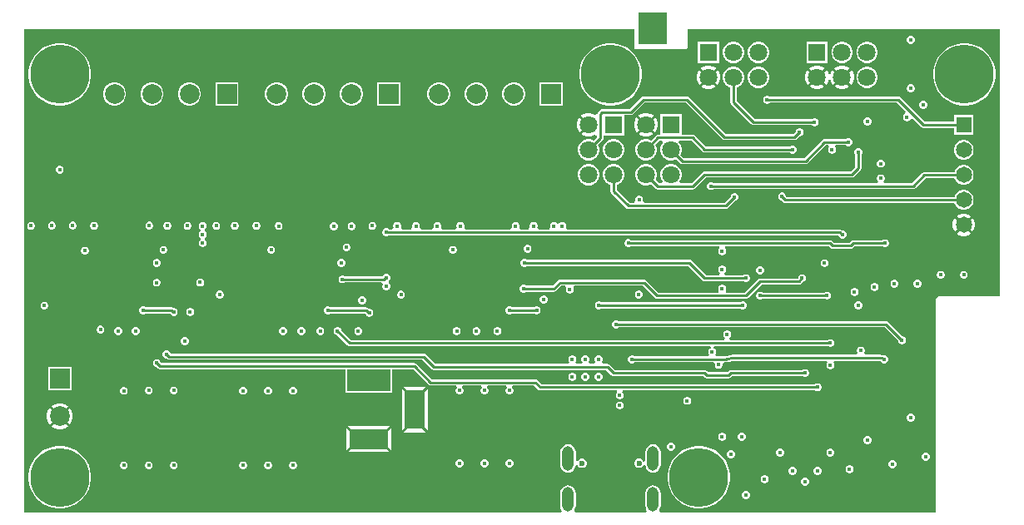
<source format=gbr>
%TF.GenerationSoftware,Altium Limited,Altium Designer,23.4.1 (23)*%
G04 Layer_Physical_Order=3*
G04 Layer_Color=36540*
%FSLAX26Y26*%
%MOIN*%
%TF.SameCoordinates,0D52CC54-54DB-4289-8DCE-8A3B8268AFE3*%
%TF.FilePolarity,Positive*%
%TF.FileFunction,Copper,L3,Inr,Signal*%
%TF.Part,Single*%
G01*
G75*
%TA.AperFunction,Conductor*%
%ADD10C,0.010000*%
%TA.AperFunction,ComponentPad*%
%ADD36O,0.047244X0.098425*%
%ADD37C,0.023622*%
%ADD38R,0.064961X0.064961*%
%ADD39C,0.064961*%
%ADD40C,0.236220*%
%ADD41C,0.070866*%
%ADD42R,0.070866X0.070866*%
%ADD43C,0.017716*%
%ADD44R,0.157480X0.078740*%
%ADD45R,0.078740X0.157480*%
%ADD46R,0.173228X0.086614*%
%ADD47C,0.078740*%
%ADD48R,0.078740X0.078740*%
%ADD49R,0.078740X0.078740*%
%ADD50R,0.070866X0.070866*%
%TA.AperFunction,ViaPad*%
%ADD51C,0.017716*%
%TA.AperFunction,NonConductor*%
%ADD53R,0.112724X0.130000*%
G36*
X3920952Y882198D02*
X3681103D01*
X3674959Y880976D01*
X3669750Y877495D01*
X3666269Y872286D01*
X3665047Y866142D01*
Y16056D01*
X2561221D01*
X2557410Y24056D01*
X2560024Y27462D01*
X2563109Y34912D01*
X2564162Y42906D01*
Y94087D01*
X2563109Y102081D01*
X2560024Y109530D01*
X2555115Y115927D01*
X2548719Y120835D01*
X2541269Y123921D01*
X2533276Y124973D01*
X2525282Y123921D01*
X2517832Y120835D01*
X2511436Y115927D01*
X2506527Y109530D01*
X2503442Y102081D01*
X2502389Y94087D01*
Y42906D01*
X2503442Y34912D01*
X2506527Y27462D01*
X2509141Y24056D01*
X2505330Y16056D01*
X2220670D01*
X2216859Y24056D01*
X2219473Y27462D01*
X2222558Y34912D01*
X2223611Y42906D01*
Y94087D01*
X2222558Y102081D01*
X2219473Y109530D01*
X2214564Y115927D01*
X2208168Y120835D01*
X2200718Y123921D01*
X2192724Y124973D01*
X2184731Y123921D01*
X2177281Y120835D01*
X2170885Y115927D01*
X2165976Y109530D01*
X2162891Y102081D01*
X2161838Y94087D01*
Y42906D01*
X2162891Y34912D01*
X2165976Y27462D01*
X2168590Y24056D01*
X2164779Y16056D01*
X16056D01*
Y1952448D01*
X2457863D01*
Y1880000D01*
X2458406Y1877269D01*
X2459953Y1874953D01*
X2462269Y1873406D01*
X2465000Y1872863D01*
X2665000D01*
X2667731Y1873406D01*
X2670047Y1874953D01*
X2671594Y1877269D01*
X2672137Y1880000D01*
Y1952448D01*
X3920952D01*
Y882198D01*
D02*
G37*
%LPC*%
G36*
X3568036Y1925858D02*
X3561727D01*
X3555899Y1923444D01*
X3551438Y1918983D01*
X3549024Y1913154D01*
Y1906846D01*
X3551438Y1901017D01*
X3555899Y1896556D01*
X3561727Y1894142D01*
X3568036D01*
X3573865Y1896556D01*
X3578326Y1901017D01*
X3580740Y1906846D01*
Y1913154D01*
X3578326Y1918983D01*
X3573865Y1923444D01*
X3568036Y1925858D01*
D02*
G37*
G36*
X3395586Y1902433D02*
X3384414D01*
X3373622Y1899541D01*
X3363945Y1893955D01*
X3356045Y1886054D01*
X3350459Y1876379D01*
X3347567Y1865586D01*
Y1854414D01*
X3350459Y1843621D01*
X3356045Y1833946D01*
X3363945Y1826045D01*
X3373622Y1820459D01*
X3384414Y1817567D01*
X3395586D01*
X3406378Y1820459D01*
X3416055Y1826045D01*
X3423955Y1833946D01*
X3429541Y1843621D01*
X3432433Y1854414D01*
Y1865586D01*
X3429541Y1876379D01*
X3423955Y1886054D01*
X3416055Y1893955D01*
X3406378Y1899541D01*
X3395586Y1902433D01*
D02*
G37*
G36*
X3295586D02*
X3284414D01*
X3273622Y1899541D01*
X3263945Y1893955D01*
X3256045Y1886054D01*
X3250459Y1876379D01*
X3247567Y1865586D01*
Y1854414D01*
X3250459Y1843621D01*
X3256045Y1833946D01*
X3263945Y1826045D01*
X3273622Y1820459D01*
X3284414Y1817567D01*
X3295586D01*
X3306378Y1820459D01*
X3316055Y1826045D01*
X3323955Y1833946D01*
X3329541Y1843621D01*
X3332433Y1854414D01*
Y1865586D01*
X3329541Y1876379D01*
X3323955Y1886054D01*
X3316055Y1893955D01*
X3306378Y1899541D01*
X3295586Y1902433D01*
D02*
G37*
G36*
X3232433D02*
X3147567D01*
Y1817567D01*
X3232433D01*
Y1902433D01*
D02*
G37*
G36*
X2960586D02*
X2949414D01*
X2938622Y1899541D01*
X2928945Y1893955D01*
X2921045Y1886054D01*
X2915459Y1876379D01*
X2912567Y1865586D01*
Y1854414D01*
X2915459Y1843621D01*
X2921045Y1833946D01*
X2928945Y1826045D01*
X2938622Y1820459D01*
X2949414Y1817567D01*
X2960586D01*
X2971378Y1820459D01*
X2981055Y1826045D01*
X2988955Y1833946D01*
X2994541Y1843621D01*
X2997433Y1854414D01*
Y1865586D01*
X2994541Y1876379D01*
X2988955Y1886054D01*
X2981055Y1893955D01*
X2971378Y1899541D01*
X2960586Y1902433D01*
D02*
G37*
G36*
X2860586D02*
X2849414D01*
X2838622Y1899541D01*
X2828945Y1893955D01*
X2821045Y1886054D01*
X2815459Y1876379D01*
X2812567Y1865586D01*
Y1854414D01*
X2815459Y1843621D01*
X2821045Y1833946D01*
X2828945Y1826045D01*
X2838622Y1820459D01*
X2849414Y1817567D01*
X2860586D01*
X2871378Y1820459D01*
X2881055Y1826045D01*
X2888955Y1833946D01*
X2894541Y1843621D01*
X2897433Y1854414D01*
Y1865586D01*
X2894541Y1876379D01*
X2888955Y1886054D01*
X2881055Y1893955D01*
X2871378Y1899541D01*
X2860586Y1902433D01*
D02*
G37*
G36*
X2797433D02*
X2712567D01*
Y1817567D01*
X2797433D01*
Y1902433D01*
D02*
G37*
G36*
X3252924Y1790005D02*
X3252044Y1789124D01*
X3245800Y1778309D01*
X3244141Y1772119D01*
X3235859D01*
X3234200Y1778309D01*
X3227956Y1789124D01*
X3227076Y1790005D01*
X3197071Y1760000D01*
X3227076Y1729995D01*
X3227956Y1730876D01*
X3234200Y1741691D01*
X3235859Y1747881D01*
X3244141D01*
X3245800Y1741691D01*
X3252044Y1730876D01*
X3252924Y1729995D01*
X3282929Y1760000D01*
X3252924Y1790005D01*
D02*
G37*
G36*
X3296245Y1807433D02*
X3283755D01*
X3271691Y1804200D01*
X3260876Y1797956D01*
X3259995Y1797076D01*
X3290000Y1767071D01*
X3320005Y1797076D01*
X3319124Y1797956D01*
X3308309Y1804200D01*
X3296245Y1807433D01*
D02*
G37*
G36*
X3196245D02*
X3183755D01*
X3171691Y1804200D01*
X3160876Y1797956D01*
X3159995Y1797076D01*
X3190000Y1767071D01*
X3220005Y1797076D01*
X3219124Y1797956D01*
X3208309Y1804200D01*
X3196245Y1807433D01*
D02*
G37*
G36*
X2761245D02*
X2748755D01*
X2736691Y1804200D01*
X2725876Y1797956D01*
X2724995Y1797076D01*
X2755000Y1767071D01*
X2785005Y1797076D01*
X2784124Y1797956D01*
X2773309Y1804200D01*
X2761245Y1807433D01*
D02*
G37*
G36*
X3327076Y1790005D02*
X3297071Y1760000D01*
X3327076Y1729995D01*
X3327956Y1730876D01*
X3334200Y1741691D01*
X3337433Y1753755D01*
Y1766245D01*
X3334200Y1778309D01*
X3327956Y1789124D01*
X3327076Y1790005D01*
D02*
G37*
G36*
X2792076D02*
X2762071Y1760000D01*
X2792076Y1729995D01*
X2792956Y1730876D01*
X2799200Y1741691D01*
X2802433Y1753755D01*
Y1766245D01*
X2799200Y1778309D01*
X2792956Y1789124D01*
X2792076Y1790005D01*
D02*
G37*
G36*
X3152924Y1790005D02*
X3152044Y1789124D01*
X3145800Y1778309D01*
X3142567Y1766245D01*
Y1753755D01*
X3145800Y1741691D01*
X3152044Y1730876D01*
X3152924Y1729995D01*
X3182929Y1760000D01*
X3152924Y1790005D01*
D02*
G37*
G36*
X2717924D02*
X2717044Y1789124D01*
X2710800Y1778309D01*
X2707567Y1766245D01*
Y1753755D01*
X2710800Y1741691D01*
X2717044Y1730876D01*
X2717924Y1729995D01*
X2747929Y1760000D01*
X2717924Y1790005D01*
D02*
G37*
G36*
X3395586Y1802433D02*
X3384414D01*
X3373622Y1799541D01*
X3363945Y1793955D01*
X3356045Y1786054D01*
X3350459Y1776379D01*
X3347567Y1765586D01*
Y1754414D01*
X3350459Y1743621D01*
X3356045Y1733946D01*
X3363945Y1726045D01*
X3373622Y1720459D01*
X3384414Y1717567D01*
X3395586D01*
X3406378Y1720459D01*
X3416055Y1726045D01*
X3423955Y1733946D01*
X3429541Y1743621D01*
X3432433Y1754414D01*
Y1765586D01*
X3429541Y1776379D01*
X3423955Y1786054D01*
X3416055Y1793955D01*
X3406378Y1799541D01*
X3395586Y1802433D01*
D02*
G37*
G36*
X2960586D02*
X2949414D01*
X2938622Y1799541D01*
X2928945Y1793955D01*
X2921045Y1786054D01*
X2915459Y1776379D01*
X2912567Y1765586D01*
Y1754414D01*
X2915459Y1743621D01*
X2921045Y1733946D01*
X2928945Y1726045D01*
X2938622Y1720459D01*
X2949414Y1717567D01*
X2960586D01*
X2971378Y1720459D01*
X2981055Y1726045D01*
X2988955Y1733946D01*
X2994541Y1743621D01*
X2997433Y1754414D01*
Y1765586D01*
X2994541Y1776379D01*
X2988955Y1786054D01*
X2981055Y1793955D01*
X2971378Y1799541D01*
X2960586Y1802433D01*
D02*
G37*
G36*
X3290000Y1752929D02*
X3259995Y1722924D01*
X3260876Y1722044D01*
X3271691Y1715800D01*
X3283755Y1712567D01*
X3296245D01*
X3308309Y1715800D01*
X3319124Y1722044D01*
X3320005Y1722924D01*
X3290000Y1752929D01*
D02*
G37*
G36*
X3190000D02*
X3159995Y1722924D01*
X3160876Y1722044D01*
X3171691Y1715800D01*
X3183755Y1712567D01*
X3196245D01*
X3208309Y1715800D01*
X3219124Y1722044D01*
X3220005Y1722924D01*
X3190000Y1752929D01*
D02*
G37*
G36*
X2755000D02*
X2724995Y1722924D01*
X2725876Y1722044D01*
X2736691Y1715800D01*
X2748755Y1712567D01*
X2761245D01*
X2773309Y1715800D01*
X2784124Y1722044D01*
X2785005Y1722924D01*
X2755000Y1752929D01*
D02*
G37*
G36*
X3568036Y1730976D02*
X3561727D01*
X3555899Y1728562D01*
X3551438Y1724101D01*
X3549024Y1718273D01*
Y1711964D01*
X3551438Y1706135D01*
X3555899Y1701674D01*
X3561727Y1699260D01*
X3568036D01*
X3573865Y1701674D01*
X3578326Y1706135D01*
X3580740Y1711964D01*
Y1718273D01*
X3578326Y1724101D01*
X3573865Y1728562D01*
X3568036Y1730976D01*
D02*
G37*
G36*
X2372051Y1896764D02*
X2352358D01*
X2332908Y1893684D01*
X2314179Y1887598D01*
X2296633Y1878658D01*
X2280701Y1867083D01*
X2266776Y1853158D01*
X2255201Y1837226D01*
X2246260Y1819680D01*
X2240175Y1800951D01*
X2237095Y1781500D01*
Y1761808D01*
X2240175Y1742357D01*
X2246260Y1723628D01*
X2255201Y1706082D01*
X2266776Y1690150D01*
X2280701Y1676225D01*
X2296633Y1664650D01*
X2314179Y1655710D01*
X2332908Y1649624D01*
X2352358Y1646544D01*
X2372051D01*
X2391501Y1649624D01*
X2410230Y1655710D01*
X2427777Y1664650D01*
X2443709Y1676225D01*
X2457633Y1690150D01*
X2469209Y1706082D01*
X2478149Y1723628D01*
X2484234Y1742357D01*
X2487315Y1761808D01*
Y1781500D01*
X2484234Y1800951D01*
X2478149Y1819680D01*
X2469209Y1837226D01*
X2457633Y1853158D01*
X2443709Y1867083D01*
X2427777Y1878658D01*
X2410230Y1887598D01*
X2391501Y1893684D01*
X2372051Y1896764D01*
D02*
G37*
G36*
X167327D02*
X147634D01*
X128184Y1893684D01*
X109455Y1887598D01*
X91909Y1878658D01*
X75977Y1867083D01*
X62052Y1853158D01*
X50477Y1837226D01*
X41537Y1819680D01*
X35451Y1800951D01*
X32371Y1781500D01*
Y1761808D01*
X35451Y1742357D01*
X41537Y1723628D01*
X50477Y1706082D01*
X62052Y1690150D01*
X75977Y1676225D01*
X91909Y1664650D01*
X109455Y1655710D01*
X128184Y1649624D01*
X147634Y1646544D01*
X167327D01*
X186778Y1649624D01*
X205506Y1655710D01*
X223053Y1664650D01*
X238985Y1676225D01*
X252910Y1690150D01*
X264485Y1706082D01*
X273425Y1723628D01*
X279510Y1742357D01*
X282591Y1761808D01*
Y1781500D01*
X279510Y1800951D01*
X273425Y1819680D01*
X264485Y1837226D01*
X252910Y1853158D01*
X238985Y1867083D01*
X223053Y1878658D01*
X205506Y1887598D01*
X186778Y1893684D01*
X167327Y1896764D01*
D02*
G37*
G36*
X3789374Y1896764D02*
X3769681D01*
X3750231Y1893683D01*
X3731502Y1887598D01*
X3713956Y1878657D01*
X3698024Y1867082D01*
X3684099Y1853157D01*
X3672524Y1837226D01*
X3663583Y1819679D01*
X3657498Y1800950D01*
X3654417Y1781500D01*
Y1761807D01*
X3657498Y1742357D01*
X3663583Y1723628D01*
X3672524Y1706081D01*
X3684099Y1690150D01*
X3698024Y1676225D01*
X3713956Y1664650D01*
X3731502Y1655709D01*
X3750231Y1649624D01*
X3769681Y1646543D01*
X3789374D01*
X3808824Y1649624D01*
X3827553Y1655709D01*
X3845100Y1664650D01*
X3861031Y1676225D01*
X3874956Y1690150D01*
X3886532Y1706081D01*
X3895472Y1723628D01*
X3901557Y1742357D01*
X3904638Y1761807D01*
Y1781500D01*
X3901557Y1800950D01*
X3895472Y1819679D01*
X3886532Y1837226D01*
X3874956Y1853157D01*
X3861031Y1867082D01*
X3845100Y1878657D01*
X3827553Y1887598D01*
X3808824Y1893683D01*
X3789374Y1896764D01*
D02*
G37*
G36*
X2172354Y1739284D02*
X2079614D01*
Y1646543D01*
X2172354D01*
Y1739284D01*
D02*
G37*
G36*
X1982089D02*
X1969880D01*
X1958086Y1736123D01*
X1947512Y1730019D01*
X1938879Y1721385D01*
X1932774Y1710812D01*
X1929614Y1699018D01*
Y1686809D01*
X1932774Y1675015D01*
X1938879Y1664441D01*
X1947512Y1655808D01*
X1958086Y1649703D01*
X1969880Y1646543D01*
X1982089D01*
X1993882Y1649703D01*
X2004456Y1655808D01*
X2013090Y1664441D01*
X2019194Y1675015D01*
X2022354Y1686809D01*
Y1699018D01*
X2019194Y1710812D01*
X2013090Y1721385D01*
X2004456Y1730019D01*
X1993882Y1736123D01*
X1982089Y1739284D01*
D02*
G37*
G36*
X1832089D02*
X1819880D01*
X1808086Y1736123D01*
X1797512Y1730019D01*
X1788879Y1721385D01*
X1782774Y1710812D01*
X1779614Y1699018D01*
Y1686809D01*
X1782774Y1675015D01*
X1788879Y1664441D01*
X1797512Y1655808D01*
X1808086Y1649703D01*
X1819880Y1646543D01*
X1832089D01*
X1843882Y1649703D01*
X1854456Y1655808D01*
X1863090Y1664441D01*
X1869194Y1675015D01*
X1872354Y1686809D01*
Y1699018D01*
X1869194Y1710812D01*
X1863090Y1721385D01*
X1854456Y1730019D01*
X1843882Y1736123D01*
X1832089Y1739284D01*
D02*
G37*
G36*
X1682089D02*
X1669880D01*
X1658086Y1736123D01*
X1647512Y1730019D01*
X1638879Y1721385D01*
X1632774Y1710812D01*
X1629614Y1699018D01*
Y1686809D01*
X1632774Y1675015D01*
X1638879Y1664441D01*
X1647512Y1655808D01*
X1658086Y1649703D01*
X1669880Y1646543D01*
X1682089D01*
X1693882Y1649703D01*
X1704456Y1655808D01*
X1713090Y1664441D01*
X1719194Y1675015D01*
X1722354Y1686809D01*
Y1699018D01*
X1719194Y1710812D01*
X1713090Y1721385D01*
X1704456Y1730019D01*
X1693882Y1736123D01*
X1682089Y1739284D01*
D02*
G37*
G36*
X1522748D02*
X1430008D01*
Y1646543D01*
X1522748D01*
Y1739284D01*
D02*
G37*
G36*
X1332483D02*
X1320273D01*
X1308480Y1736123D01*
X1297906Y1730019D01*
X1289273Y1721385D01*
X1283168Y1710812D01*
X1280008Y1699018D01*
Y1686809D01*
X1283168Y1675015D01*
X1289273Y1664441D01*
X1297906Y1655808D01*
X1308480Y1649703D01*
X1320273Y1646543D01*
X1332483D01*
X1344276Y1649703D01*
X1354850Y1655808D01*
X1363483Y1664441D01*
X1369588Y1675015D01*
X1372748Y1686809D01*
Y1699018D01*
X1369588Y1710812D01*
X1363483Y1721385D01*
X1354850Y1730019D01*
X1344276Y1736123D01*
X1332483Y1739284D01*
D02*
G37*
G36*
X1182483D02*
X1170273D01*
X1158480Y1736123D01*
X1147906Y1730019D01*
X1139273Y1721385D01*
X1133168Y1710812D01*
X1130008Y1699018D01*
Y1686809D01*
X1133168Y1675015D01*
X1139273Y1664441D01*
X1147906Y1655808D01*
X1158480Y1649703D01*
X1170273Y1646543D01*
X1182483D01*
X1194276Y1649703D01*
X1204850Y1655808D01*
X1213483Y1664441D01*
X1219588Y1675015D01*
X1222748Y1686809D01*
Y1699018D01*
X1219588Y1710812D01*
X1213483Y1721385D01*
X1204850Y1730019D01*
X1194276Y1736123D01*
X1182483Y1739284D01*
D02*
G37*
G36*
X1032483D02*
X1020273D01*
X1008480Y1736123D01*
X997906Y1730019D01*
X989273Y1721385D01*
X983168Y1710812D01*
X980008Y1699018D01*
Y1686809D01*
X983168Y1675015D01*
X989273Y1664441D01*
X997906Y1655808D01*
X1008480Y1649703D01*
X1020273Y1646543D01*
X1032483D01*
X1044276Y1649703D01*
X1054850Y1655808D01*
X1063483Y1664441D01*
X1069588Y1675015D01*
X1072748Y1686809D01*
Y1699018D01*
X1069588Y1710812D01*
X1063483Y1721385D01*
X1054850Y1730019D01*
X1044276Y1736123D01*
X1032483Y1739284D01*
D02*
G37*
G36*
X873142D02*
X780402D01*
Y1646543D01*
X873142D01*
Y1739284D01*
D02*
G37*
G36*
X682876D02*
X670667D01*
X658874Y1736123D01*
X648300Y1730019D01*
X639666Y1721385D01*
X633562Y1710812D01*
X630402Y1699018D01*
Y1686809D01*
X633562Y1675015D01*
X639666Y1664441D01*
X648300Y1655808D01*
X658874Y1649703D01*
X670667Y1646543D01*
X682876D01*
X694670Y1649703D01*
X705244Y1655808D01*
X713877Y1664441D01*
X719982Y1675015D01*
X723142Y1686809D01*
Y1699018D01*
X719982Y1710812D01*
X713877Y1721385D01*
X705244Y1730019D01*
X694670Y1736123D01*
X682876Y1739284D01*
D02*
G37*
G36*
X532876D02*
X520667D01*
X508873Y1736123D01*
X498300Y1730019D01*
X489666Y1721385D01*
X483562Y1710812D01*
X480402Y1699018D01*
Y1686809D01*
X483562Y1675015D01*
X489666Y1664441D01*
X498300Y1655808D01*
X508873Y1649703D01*
X520667Y1646543D01*
X532876D01*
X544670Y1649703D01*
X555244Y1655808D01*
X563877Y1664441D01*
X569982Y1675015D01*
X573142Y1686809D01*
Y1699018D01*
X569982Y1710812D01*
X563877Y1721385D01*
X555244Y1730019D01*
X544670Y1736123D01*
X532876Y1739284D01*
D02*
G37*
G36*
X382876D02*
X370667D01*
X358873Y1736123D01*
X348300Y1730019D01*
X339666Y1721385D01*
X333562Y1710812D01*
X330402Y1699018D01*
Y1686809D01*
X333562Y1675015D01*
X339666Y1664441D01*
X348300Y1655808D01*
X358873Y1649703D01*
X370667Y1646543D01*
X382876D01*
X394670Y1649703D01*
X405244Y1655808D01*
X413877Y1664441D01*
X419982Y1675015D01*
X423142Y1686809D01*
Y1699018D01*
X419982Y1710812D01*
X413877Y1721385D01*
X405244Y1730019D01*
X394670Y1736123D01*
X382876Y1739284D01*
D02*
G37*
G36*
X3618832Y1665180D02*
X3612523D01*
X3606695Y1662766D01*
X3602234Y1658305D01*
X3599820Y1652477D01*
Y1646168D01*
X3602234Y1640339D01*
X3606695Y1635878D01*
X3612523Y1633464D01*
X3618832D01*
X3624661Y1635878D01*
X3629122Y1640339D01*
X3631536Y1646168D01*
Y1652477D01*
X3629122Y1658305D01*
X3624661Y1662766D01*
X3618832Y1665180D01*
D02*
G37*
G36*
X2510659Y1617433D02*
X2498169D01*
X2486106Y1614200D01*
X2475290Y1607956D01*
X2474409Y1607076D01*
X2504414Y1577071D01*
X2534419Y1607076D01*
X2533539Y1607956D01*
X2522723Y1614200D01*
X2510659Y1617433D01*
D02*
G37*
G36*
X3394974Y1599039D02*
X3388665D01*
X3382836Y1596624D01*
X3378376Y1592164D01*
X3375961Y1586335D01*
Y1580026D01*
X3378376Y1574198D01*
X3382836Y1569737D01*
X3388665Y1567322D01*
X3394974D01*
X3400802Y1569737D01*
X3405263Y1574198D01*
X3407678Y1580026D01*
Y1586335D01*
X3405263Y1592164D01*
X3400802Y1596624D01*
X3394974Y1599039D01*
D02*
G37*
G36*
X2860586Y1802433D02*
X2849414D01*
X2838622Y1799541D01*
X2828945Y1793955D01*
X2821045Y1786054D01*
X2815459Y1776379D01*
X2812567Y1765586D01*
Y1754414D01*
X2815459Y1743621D01*
X2821045Y1733946D01*
X2828945Y1726045D01*
X2838622Y1720459D01*
X2842765Y1719349D01*
Y1660000D01*
X2843696Y1655318D01*
X2846349Y1651349D01*
X2926349Y1571349D01*
X2930318Y1568696D01*
X2935000Y1567765D01*
X3169808D01*
X3171017Y1566556D01*
X3176846Y1564142D01*
X3183154D01*
X3188983Y1566556D01*
X3193444Y1571017D01*
X3195858Y1576846D01*
Y1583154D01*
X3193444Y1588983D01*
X3188983Y1593444D01*
X3183154Y1595858D01*
X3176846D01*
X3171017Y1593444D01*
X3169808Y1592235D01*
X2940068D01*
X2867235Y1665068D01*
Y1719349D01*
X2871378Y1720459D01*
X2881055Y1726045D01*
X2888955Y1733946D01*
X2894541Y1743621D01*
X2897433Y1754414D01*
Y1765586D01*
X2894541Y1776379D01*
X2888955Y1786054D01*
X2881055Y1793955D01*
X2871378Y1799541D01*
X2860586Y1802433D01*
D02*
G37*
G36*
X2541490Y1600005D02*
X2511485Y1570000D01*
X2541490Y1539995D01*
X2542370Y1540876D01*
X2548615Y1551691D01*
X2551847Y1563755D01*
Y1576245D01*
X2548615Y1588309D01*
X2542370Y1599124D01*
X2541490Y1600005D01*
D02*
G37*
G36*
X2467338D02*
X2466458Y1599124D01*
X2460214Y1588309D01*
X2456981Y1576245D01*
Y1563755D01*
X2460214Y1551691D01*
X2466458Y1540876D01*
X2467338Y1539995D01*
X2497343Y1570000D01*
X2467338Y1600005D01*
D02*
G37*
G36*
X2237924Y1600005D02*
X2237044Y1599124D01*
X2230800Y1588309D01*
X2227567Y1576245D01*
Y1563755D01*
X2230800Y1551691D01*
X2237044Y1540876D01*
X2237924Y1539995D01*
X2267929Y1570000D01*
X2237924Y1600005D01*
D02*
G37*
G36*
X2993154Y1685858D02*
X2986846D01*
X2981017Y1683444D01*
X2976556Y1678983D01*
X2974142Y1673154D01*
Y1666846D01*
X2976556Y1661017D01*
X2981017Y1656556D01*
X2986846Y1654142D01*
X2993154D01*
X2998983Y1656556D01*
X3000192Y1657765D01*
X3509932D01*
X3544448Y1623249D01*
X3542376Y1614007D01*
X3541017Y1613444D01*
X3536556Y1608983D01*
X3534142Y1603154D01*
Y1596846D01*
X3536556Y1591017D01*
X3541017Y1586556D01*
X3546846Y1584142D01*
X3553154D01*
X3558983Y1586556D01*
X3563444Y1591017D01*
X3564007Y1592376D01*
X3573249Y1594448D01*
X3607416Y1560281D01*
X3611385Y1557629D01*
X3616067Y1556698D01*
X3737519D01*
Y1529063D01*
X3816480D01*
Y1608024D01*
X3737519D01*
Y1581168D01*
X3621135D01*
X3523651Y1678651D01*
X3519682Y1681304D01*
X3515000Y1682235D01*
X3000192D01*
X2998983Y1683444D01*
X2993154Y1685858D01*
D02*
G37*
G36*
X2504414Y1562929D02*
X2474410Y1532924D01*
X2475290Y1532044D01*
X2486106Y1525800D01*
X2498169Y1522567D01*
X2510659D01*
X2522723Y1525800D01*
X2533539Y1532044D01*
X2534419Y1532924D01*
X2504414Y1562929D01*
D02*
G37*
G36*
X2670000Y1682235D02*
X2495000D01*
X2490318Y1681304D01*
X2486349Y1678651D01*
X2439932Y1632235D01*
X2330000D01*
X2325318Y1631304D01*
X2321349Y1628651D01*
X2313782Y1621085D01*
X2311129Y1617115D01*
X2310325Y1613070D01*
X2308400Y1611482D01*
X2302198Y1609068D01*
X2293309Y1614200D01*
X2281245Y1617433D01*
X2268755D01*
X2256691Y1614200D01*
X2245876Y1607956D01*
X2244995Y1607076D01*
X2278536Y1573536D01*
X2275000Y1570000D01*
X2278536Y1566465D01*
X2244995Y1532924D01*
X2245876Y1532044D01*
X2256691Y1525800D01*
X2268755Y1522567D01*
X2281245D01*
X2293309Y1525800D01*
X2299252Y1529231D01*
X2307360Y1525519D01*
X2308077Y1520380D01*
X2295093Y1507397D01*
X2291378Y1509541D01*
X2280586Y1512433D01*
X2269414D01*
X2258622Y1509541D01*
X2248945Y1503955D01*
X2241045Y1496054D01*
X2235459Y1486379D01*
X2232567Y1475586D01*
Y1464414D01*
X2235459Y1453621D01*
X2241045Y1443946D01*
X2248945Y1436045D01*
X2258622Y1430459D01*
X2269414Y1427567D01*
X2280586D01*
X2291378Y1430459D01*
X2301055Y1436045D01*
X2308955Y1443946D01*
X2314541Y1453621D01*
X2317433Y1464414D01*
Y1475586D01*
X2314541Y1486379D01*
X2312396Y1490093D01*
X2331085Y1508782D01*
X2333737Y1512751D01*
X2334668Y1517433D01*
Y1527567D01*
X2417433D01*
Y1607765D01*
X2445000D01*
X2449682Y1608696D01*
X2453651Y1611349D01*
X2500068Y1657765D01*
X2664932D01*
X2811349Y1511349D01*
X2815318Y1508696D01*
X2820000Y1507765D01*
X3100000D01*
X3104682Y1508696D01*
X3108651Y1511349D01*
X3121445Y1524142D01*
X3123154D01*
X3128983Y1526556D01*
X3133444Y1531017D01*
X3135858Y1536846D01*
Y1543154D01*
X3133444Y1548983D01*
X3128983Y1553444D01*
X3123154Y1555858D01*
X3116846D01*
X3111017Y1553444D01*
X3106556Y1548983D01*
X3104142Y1543154D01*
Y1541445D01*
X3094932Y1532235D01*
X2825068D01*
X2678651Y1678651D01*
X2674682Y1681304D01*
X2670000Y1682235D01*
D02*
G37*
G36*
X2646847Y1612433D02*
X2561981D01*
Y1530668D01*
X2552847D01*
X2548165Y1529737D01*
X2544196Y1527085D01*
X2524508Y1507397D01*
X2520793Y1509541D01*
X2510001Y1512433D01*
X2498828D01*
X2488036Y1509541D01*
X2478360Y1503955D01*
X2470459Y1496054D01*
X2464873Y1486379D01*
X2461981Y1475586D01*
Y1464414D01*
X2464873Y1453621D01*
X2470459Y1443946D01*
X2478360Y1436045D01*
X2488036Y1430459D01*
X2498828Y1427567D01*
X2510001D01*
X2520793Y1430459D01*
X2530469Y1436045D01*
X2538369Y1443946D01*
X2543955Y1453621D01*
X2546847Y1464414D01*
Y1475586D01*
X2543955Y1486379D01*
X2541811Y1490093D01*
X2557915Y1506198D01*
X2569289D01*
X2572603Y1498198D01*
X2570459Y1496054D01*
X2564873Y1486379D01*
X2561981Y1475586D01*
Y1464414D01*
X2564873Y1453621D01*
X2570459Y1443946D01*
X2578360Y1436045D01*
X2588036Y1430459D01*
X2598828Y1427567D01*
X2610001D01*
X2620793Y1430459D01*
X2624508Y1432603D01*
X2642219Y1414892D01*
X2646189Y1412239D01*
X2650871Y1411308D01*
X3143543D01*
X3148226Y1412239D01*
X3152195Y1414892D01*
X3225068Y1487765D01*
X3234024D01*
X3237338Y1479765D01*
X3236556Y1478983D01*
X3234142Y1473154D01*
Y1466846D01*
X3236556Y1461017D01*
X3241017Y1456556D01*
X3246846Y1454142D01*
X3253154D01*
X3258983Y1456556D01*
X3263444Y1461017D01*
X3265858Y1466846D01*
Y1473154D01*
X3263444Y1478983D01*
X3262662Y1479765D01*
X3265976Y1487765D01*
X3304808D01*
X3306017Y1486556D01*
X3311846Y1484142D01*
X3318154D01*
X3323983Y1486556D01*
X3328444Y1491017D01*
X3330858Y1496846D01*
Y1503154D01*
X3328444Y1508983D01*
X3323983Y1513444D01*
X3318154Y1515858D01*
X3311846D01*
X3306017Y1513444D01*
X3304808Y1512235D01*
X3220000D01*
X3215318Y1511304D01*
X3211349Y1508651D01*
X3138475Y1435778D01*
X2655939D01*
X2641811Y1449907D01*
X2643955Y1453621D01*
X2646847Y1464414D01*
Y1475586D01*
X2643955Y1486379D01*
X2638369Y1496054D01*
X2636226Y1498198D01*
X2639539Y1506198D01*
X2686499D01*
X2731348Y1461349D01*
X2735318Y1458696D01*
X2740000Y1457765D01*
X3081628D01*
X3082836Y1456556D01*
X3088665Y1454142D01*
X3094974D01*
X3100802Y1456556D01*
X3105263Y1461017D01*
X3107677Y1466846D01*
Y1473154D01*
X3105263Y1478983D01*
X3100802Y1483444D01*
X3094974Y1485858D01*
X3088665D01*
X3082836Y1483444D01*
X3081628Y1482235D01*
X2745068D01*
X2700218Y1527085D01*
X2696249Y1529737D01*
X2691567Y1530668D01*
X2646847D01*
Y1612433D01*
D02*
G37*
G36*
X3782197Y1508024D02*
X3771802D01*
X3761761Y1505333D01*
X3752758Y1500135D01*
X3745407Y1492785D01*
X3740210Y1483782D01*
X3737519Y1473741D01*
Y1463346D01*
X3740210Y1453304D01*
X3745407Y1444302D01*
X3752758Y1436951D01*
X3761761Y1431754D01*
X3771802Y1429063D01*
X3782197D01*
X3792238Y1431754D01*
X3801241Y1436951D01*
X3808592Y1444302D01*
X3813789Y1453304D01*
X3816480Y1463346D01*
Y1473741D01*
X3813789Y1483782D01*
X3808592Y1492785D01*
X3801241Y1500135D01*
X3792238Y1505333D01*
X3782197Y1508024D01*
D02*
G37*
G36*
X2380586Y1512433D02*
X2369414D01*
X2358622Y1509541D01*
X2348945Y1503955D01*
X2341045Y1496054D01*
X2335459Y1486379D01*
X2332567Y1475586D01*
Y1464414D01*
X2335459Y1453621D01*
X2341045Y1443946D01*
X2348945Y1436045D01*
X2358622Y1430459D01*
X2369414Y1427567D01*
X2380586D01*
X2391378Y1430459D01*
X2401055Y1436045D01*
X2408955Y1443946D01*
X2414541Y1453621D01*
X2417433Y1464414D01*
Y1475586D01*
X2414541Y1486379D01*
X2408955Y1496054D01*
X2401055Y1503955D01*
X2391378Y1509541D01*
X2380586Y1512433D01*
D02*
G37*
G36*
X3448154Y1429441D02*
X3441846D01*
X3436017Y1427027D01*
X3431556Y1422566D01*
X3429142Y1416737D01*
Y1410428D01*
X3431556Y1404600D01*
X3436017Y1400139D01*
X3441846Y1397725D01*
X3448154D01*
X3453983Y1400139D01*
X3458444Y1404600D01*
X3460858Y1410428D01*
Y1416737D01*
X3458444Y1422566D01*
X3453983Y1427027D01*
X3448154Y1429441D01*
D02*
G37*
G36*
X160635Y1405858D02*
X154326D01*
X148498Y1403444D01*
X144037Y1398983D01*
X141623Y1393154D01*
Y1386846D01*
X144037Y1381017D01*
X148498Y1376556D01*
X154326Y1374142D01*
X160635D01*
X166464Y1376556D01*
X170925Y1381017D01*
X173339Y1386846D01*
Y1393154D01*
X170925Y1398983D01*
X166464Y1403444D01*
X160635Y1405858D01*
D02*
G37*
G36*
X3782197Y1408024D02*
X3771802D01*
X3761761Y1405333D01*
X3752758Y1400135D01*
X3745407Y1392785D01*
X3740210Y1383782D01*
X3739405Y1380778D01*
X3620000D01*
X3615318Y1379847D01*
X3611349Y1377195D01*
X3569932Y1335778D01*
X3459348D01*
X3456205Y1343778D01*
X3458444Y1346017D01*
X3460858Y1351846D01*
Y1358154D01*
X3458444Y1363983D01*
X3453983Y1368444D01*
X3448154Y1370858D01*
X3441846D01*
X3436017Y1368444D01*
X3431556Y1363983D01*
X3429142Y1358154D01*
Y1351846D01*
X3431556Y1346017D01*
X3433795Y1343778D01*
X3430652Y1335778D01*
X2775192D01*
X2773983Y1336987D01*
X2768154Y1339401D01*
X2761846D01*
X2756017Y1336987D01*
X2751556Y1332526D01*
X2749142Y1326698D01*
Y1320389D01*
X2751556Y1314560D01*
X2756017Y1310099D01*
X2761846Y1307685D01*
X2768154D01*
X2773983Y1310099D01*
X2775192Y1311308D01*
X3575000D01*
X3579682Y1312239D01*
X3583651Y1314892D01*
X3625068Y1356308D01*
X3739405D01*
X3740210Y1353304D01*
X3745407Y1344302D01*
X3752758Y1336951D01*
X3761761Y1331754D01*
X3771802Y1329063D01*
X3782197D01*
X3792238Y1331754D01*
X3801241Y1336951D01*
X3808592Y1344302D01*
X3813789Y1353304D01*
X3816480Y1363346D01*
Y1373741D01*
X3813789Y1383782D01*
X3808592Y1392785D01*
X3801241Y1400135D01*
X3792238Y1405333D01*
X3782197Y1408024D01*
D02*
G37*
G36*
X3358154Y1475858D02*
X3351846D01*
X3346017Y1473444D01*
X3341556Y1468983D01*
X3339142Y1463154D01*
Y1456846D01*
X3341556Y1451017D01*
X3342765Y1449808D01*
Y1400068D01*
X3324932Y1382235D01*
X2740000D01*
X2735318Y1381304D01*
X2731349Y1378651D01*
X2687499Y1334802D01*
X2640539D01*
X2637226Y1342802D01*
X2638369Y1343946D01*
X2643955Y1353621D01*
X2646847Y1364414D01*
Y1375586D01*
X2643955Y1386379D01*
X2638369Y1396054D01*
X2630469Y1403955D01*
X2620793Y1409541D01*
X2610001Y1412433D01*
X2598828D01*
X2588036Y1409541D01*
X2578360Y1403955D01*
X2570459Y1396054D01*
X2564873Y1386379D01*
X2561981Y1375586D01*
Y1364414D01*
X2564873Y1353621D01*
X2570459Y1343946D01*
X2571603Y1342802D01*
X2568289Y1334802D01*
X2556915D01*
X2541811Y1349907D01*
X2543955Y1353621D01*
X2546847Y1364414D01*
Y1375586D01*
X2543955Y1386379D01*
X2538369Y1396054D01*
X2530469Y1403955D01*
X2520793Y1409541D01*
X2510001Y1412433D01*
X2498828D01*
X2488036Y1409541D01*
X2478360Y1403955D01*
X2470459Y1396054D01*
X2464873Y1386379D01*
X2461981Y1375586D01*
Y1364414D01*
X2464873Y1353621D01*
X2470459Y1343946D01*
X2478360Y1336045D01*
X2488036Y1330459D01*
X2498828Y1327567D01*
X2510001D01*
X2520793Y1330459D01*
X2524508Y1332603D01*
X2543196Y1313915D01*
X2547165Y1311263D01*
X2551847Y1310332D01*
X2692567D01*
X2697249Y1311263D01*
X2701218Y1313915D01*
X2745068Y1357765D01*
X3330000D01*
X3334682Y1358696D01*
X3338651Y1361349D01*
X3363651Y1386349D01*
X3366304Y1390318D01*
X3367235Y1395000D01*
Y1449808D01*
X3368444Y1451017D01*
X3370858Y1456846D01*
Y1463154D01*
X3368444Y1468983D01*
X3363983Y1473444D01*
X3358154Y1475858D01*
D02*
G37*
G36*
X2280586Y1412433D02*
X2269414D01*
X2258622Y1409541D01*
X2248945Y1403955D01*
X2241045Y1396054D01*
X2235459Y1386379D01*
X2232567Y1375586D01*
Y1364414D01*
X2235459Y1353621D01*
X2241045Y1343946D01*
X2248945Y1336045D01*
X2258622Y1330459D01*
X2269414Y1327567D01*
X2280586D01*
X2291378Y1330459D01*
X2301055Y1336045D01*
X2308955Y1343946D01*
X2314541Y1353621D01*
X2317433Y1364414D01*
Y1375586D01*
X2314541Y1386379D01*
X2308955Y1396054D01*
X2301055Y1403955D01*
X2291378Y1409541D01*
X2280586Y1412433D01*
D02*
G37*
G36*
X3782197Y1308024D02*
X3771802D01*
X3761761Y1305333D01*
X3752758Y1300135D01*
X3745407Y1292785D01*
X3740210Y1283782D01*
X3739405Y1280778D01*
X3068087D01*
X3065614Y1283251D01*
Y1284961D01*
X3063200Y1290789D01*
X3058739Y1295250D01*
X3052910Y1297665D01*
X3046601D01*
X3040773Y1295250D01*
X3036312Y1290789D01*
X3033898Y1284961D01*
Y1278652D01*
X3036312Y1272823D01*
X3040773Y1268362D01*
X3046601Y1265948D01*
X3048311D01*
X3054367Y1259892D01*
X3058337Y1257239D01*
X3063019Y1256308D01*
X3739405D01*
X3740210Y1253304D01*
X3745407Y1244302D01*
X3752758Y1236951D01*
X3761761Y1231754D01*
X3771802Y1229063D01*
X3782197D01*
X3792238Y1231754D01*
X3801241Y1236951D01*
X3808592Y1244302D01*
X3813789Y1253304D01*
X3816480Y1263346D01*
Y1273741D01*
X3813789Y1283782D01*
X3808592Y1292785D01*
X3801241Y1300135D01*
X3792238Y1305333D01*
X3782197Y1308024D01*
D02*
G37*
G36*
X2380586Y1412433D02*
X2369414D01*
X2358622Y1409541D01*
X2348945Y1403955D01*
X2341045Y1396054D01*
X2335459Y1386379D01*
X2332567Y1375586D01*
Y1364414D01*
X2335459Y1353621D01*
X2341045Y1343946D01*
X2348945Y1336045D01*
X2358622Y1330459D01*
X2362765Y1329349D01*
Y1304265D01*
X2363696Y1299583D01*
X2366349Y1295614D01*
X2425614Y1236349D01*
X2429583Y1233696D01*
X2434265Y1232765D01*
X2824128D01*
X2828810Y1233696D01*
X2832779Y1236349D01*
X2861132Y1264702D01*
X2862842D01*
X2868670Y1267116D01*
X2873131Y1271577D01*
X2875546Y1277405D01*
Y1283714D01*
X2873131Y1289543D01*
X2868670Y1294004D01*
X2862842Y1296418D01*
X2856533D01*
X2850704Y1294004D01*
X2846243Y1289543D01*
X2843829Y1283714D01*
Y1282005D01*
X2819060Y1257235D01*
X2497010D01*
X2492464Y1265235D01*
X2493398Y1267490D01*
Y1273799D01*
X2490984Y1279628D01*
X2486523Y1284089D01*
X2480695Y1286503D01*
X2474386D01*
X2468557Y1284089D01*
X2464096Y1279628D01*
X2461682Y1273799D01*
Y1267490D01*
X2462616Y1265235D01*
X2458070Y1257235D01*
X2439333D01*
X2387235Y1309333D01*
Y1329349D01*
X2391378Y1330459D01*
X2401055Y1336045D01*
X2408955Y1343946D01*
X2414541Y1353621D01*
X2417433Y1364414D01*
Y1375586D01*
X2414541Y1386379D01*
X2408955Y1396054D01*
X2401055Y1403955D01*
X2391378Y1409541D01*
X2380586Y1412433D01*
D02*
G37*
G36*
X3782855Y1213024D02*
X3771144D01*
X3759831Y1209992D01*
X3749688Y1204136D01*
X3749083Y1203531D01*
X3777000Y1175614D01*
X3804916Y1203531D01*
X3804311Y1204136D01*
X3794168Y1209992D01*
X3782855Y1213024D01*
D02*
G37*
G36*
X2173154Y1180062D02*
X2166846D01*
X2161017Y1177647D01*
X2157990Y1174620D01*
X2153240Y1173776D01*
X2148491Y1174620D01*
X2145464Y1177647D01*
X2139635Y1180062D01*
X2133326D01*
X2127498Y1177647D01*
X2123037Y1173186D01*
X2120623Y1167358D01*
Y1161049D01*
X2121548Y1158814D01*
X2116991Y1150813D01*
X2073970D01*
X2069413Y1158814D01*
X2070339Y1161049D01*
Y1167358D01*
X2067925Y1173186D01*
X2063464Y1177647D01*
X2057635Y1180062D01*
X2051326D01*
X2045498Y1177647D01*
X2041037Y1173186D01*
X2038623Y1167358D01*
Y1161049D01*
X2039549Y1158814D01*
X2034991Y1150813D01*
X2002341D01*
X1997783Y1158814D01*
X1998709Y1161049D01*
Y1167358D01*
X1996295Y1173186D01*
X1991834Y1177647D01*
X1986005Y1180062D01*
X1979697D01*
X1973868Y1177647D01*
X1969407Y1173186D01*
X1966993Y1167358D01*
Y1161049D01*
X1967919Y1158814D01*
X1963361Y1150813D01*
X1781341D01*
X1776783Y1158814D01*
X1777709Y1161049D01*
Y1167358D01*
X1775295Y1173186D01*
X1770834Y1177647D01*
X1765005Y1180062D01*
X1758697D01*
X1752868Y1177647D01*
X1748407Y1173186D01*
X1745993Y1167358D01*
Y1161049D01*
X1746919Y1158814D01*
X1742361Y1150813D01*
X1688946D01*
X1684389Y1158814D01*
X1685315Y1161049D01*
Y1167358D01*
X1682901Y1173186D01*
X1678440Y1177647D01*
X1672611Y1180062D01*
X1666302D01*
X1660474Y1177647D01*
X1656013Y1173186D01*
X1653599Y1167358D01*
Y1161049D01*
X1654524Y1158814D01*
X1649967Y1150813D01*
X1603490D01*
X1598932Y1158814D01*
X1599858Y1161049D01*
Y1167358D01*
X1597444Y1173186D01*
X1592983Y1177647D01*
X1587154Y1180062D01*
X1580846D01*
X1575017Y1177647D01*
X1570556Y1173186D01*
X1568142Y1167358D01*
Y1161049D01*
X1569068Y1158814D01*
X1564510Y1150813D01*
X1528490D01*
X1523932Y1158814D01*
X1524858Y1161049D01*
Y1167358D01*
X1522444Y1173186D01*
X1517983Y1177647D01*
X1512154Y1180062D01*
X1505846D01*
X1500017Y1177647D01*
X1495556Y1173186D01*
X1493142Y1167358D01*
Y1161049D01*
X1494068Y1158814D01*
X1489510Y1150813D01*
X1475192D01*
X1473983Y1152022D01*
X1468154Y1154437D01*
X1461846D01*
X1456017Y1152022D01*
X1451556Y1147561D01*
X1449142Y1141733D01*
Y1135424D01*
X1451556Y1129595D01*
X1456017Y1125134D01*
X1461846Y1122720D01*
X1468154D01*
X1473983Y1125134D01*
X1475192Y1126343D01*
X3276085D01*
X3276229Y1126199D01*
X3278376Y1121017D01*
X3282836Y1116556D01*
X3288665Y1114142D01*
X3294974D01*
X3300802Y1116556D01*
X3305263Y1121017D01*
X3307678Y1126846D01*
Y1133154D01*
X3305263Y1138983D01*
X3300802Y1143444D01*
X3294974Y1145858D01*
X3291176D01*
X3289804Y1147230D01*
X3285835Y1149882D01*
X3281153Y1150813D01*
X2189490D01*
X2184932Y1158814D01*
X2185858Y1161049D01*
Y1167358D01*
X2183444Y1173186D01*
X2178983Y1177647D01*
X2173154Y1180062D01*
D02*
G37*
G36*
X519424Y1181023D02*
X513116D01*
X507287Y1178608D01*
X502826Y1174147D01*
X500412Y1168319D01*
Y1162010D01*
X502826Y1156181D01*
X507287Y1151720D01*
X513116Y1149306D01*
X519424D01*
X525253Y1151720D01*
X529714Y1156181D01*
X532128Y1162010D01*
Y1168319D01*
X529714Y1174147D01*
X525253Y1178608D01*
X519424Y1181023D01*
D02*
G37*
G36*
X213054D02*
X206745D01*
X200917Y1178608D01*
X196456Y1174147D01*
X194042Y1168319D01*
Y1162010D01*
X196456Y1156181D01*
X200917Y1151720D01*
X206745Y1149306D01*
X213054D01*
X218883Y1151720D01*
X223344Y1156181D01*
X225758Y1162010D01*
Y1168319D01*
X223344Y1174147D01*
X218883Y1178608D01*
X213054Y1181023D01*
D02*
G37*
G36*
X129424D02*
X123116D01*
X117287Y1178608D01*
X112826Y1174147D01*
X110412Y1168319D01*
Y1162010D01*
X112826Y1156181D01*
X117287Y1151720D01*
X123116Y1149306D01*
X129424D01*
X135253Y1151720D01*
X139714Y1156181D01*
X142128Y1162010D01*
Y1168319D01*
X139714Y1174147D01*
X135253Y1178608D01*
X129424Y1181023D01*
D02*
G37*
G36*
X1412456Y1180204D02*
X1406147D01*
X1400319Y1177790D01*
X1395858Y1173329D01*
X1393444Y1167500D01*
Y1161191D01*
X1395858Y1155363D01*
X1400319Y1150902D01*
X1406147Y1148488D01*
X1412456D01*
X1418285Y1150902D01*
X1422746Y1155363D01*
X1425160Y1161191D01*
Y1167500D01*
X1422746Y1173329D01*
X1418285Y1177790D01*
X1412456Y1180204D01*
D02*
G37*
G36*
X947580D02*
X941271D01*
X935443Y1177790D01*
X930982Y1173329D01*
X928567Y1167500D01*
Y1161191D01*
X930982Y1155363D01*
X935443Y1150902D01*
X941271Y1148488D01*
X947580D01*
X953409Y1150902D01*
X957870Y1155363D01*
X960284Y1161191D01*
Y1167500D01*
X957870Y1173329D01*
X953409Y1177790D01*
X947580Y1180204D01*
D02*
G37*
G36*
X862123D02*
X855815D01*
X849986Y1177790D01*
X845525Y1173329D01*
X843111Y1167500D01*
Y1161191D01*
X845525Y1155363D01*
X849986Y1150902D01*
X855815Y1148488D01*
X862123D01*
X867952Y1150902D01*
X872413Y1155363D01*
X874827Y1161191D01*
Y1167500D01*
X872413Y1173329D01*
X867952Y1177790D01*
X862123Y1180204D01*
D02*
G37*
G36*
X787123D02*
X780815D01*
X774986Y1177790D01*
X770525Y1173329D01*
X768111Y1167500D01*
Y1161191D01*
X770525Y1155363D01*
X774986Y1150902D01*
X780815Y1148488D01*
X787123D01*
X792952Y1150902D01*
X797413Y1155363D01*
X799827Y1161191D01*
Y1167500D01*
X797413Y1173329D01*
X792952Y1177790D01*
X787123Y1180204D01*
D02*
G37*
G36*
X673054D02*
X666745D01*
X660917Y1177790D01*
X656456Y1173329D01*
X654042Y1167500D01*
Y1161191D01*
X656456Y1155363D01*
X660917Y1150902D01*
X666745Y1148488D01*
X673054D01*
X678883Y1150902D01*
X683344Y1155363D01*
X685758Y1161191D01*
Y1167500D01*
X683344Y1173329D01*
X678883Y1177790D01*
X673054Y1180204D01*
D02*
G37*
G36*
X591054D02*
X584745D01*
X578917Y1177790D01*
X574456Y1173329D01*
X572042Y1167500D01*
Y1161191D01*
X574456Y1155363D01*
X578917Y1150902D01*
X584745Y1148488D01*
X591054D01*
X596883Y1150902D01*
X601344Y1155363D01*
X603758Y1161191D01*
Y1167500D01*
X601344Y1173329D01*
X596883Y1177790D01*
X591054Y1180204D01*
D02*
G37*
G36*
X298424D02*
X292116D01*
X286287Y1177790D01*
X281826Y1173329D01*
X279412Y1167500D01*
Y1161191D01*
X281826Y1155363D01*
X286287Y1150902D01*
X292116Y1148488D01*
X298424D01*
X304253Y1150902D01*
X308714Y1155363D01*
X311128Y1161191D01*
Y1167500D01*
X308714Y1173329D01*
X304253Y1177790D01*
X298424Y1180204D01*
D02*
G37*
G36*
X46155D02*
X39846D01*
X34017Y1177790D01*
X29557Y1173329D01*
X27142Y1167500D01*
Y1161191D01*
X29557Y1155363D01*
X34017Y1150902D01*
X39846Y1148488D01*
X46155D01*
X51983Y1150902D01*
X56444Y1155363D01*
X58859Y1161191D01*
Y1167500D01*
X56444Y1173329D01*
X51983Y1177790D01*
X46155Y1180204D01*
D02*
G37*
G36*
X1037149Y1180062D02*
X1030840D01*
X1025012Y1177647D01*
X1020551Y1173186D01*
X1018136Y1167358D01*
Y1161049D01*
X1020551Y1155220D01*
X1025012Y1150759D01*
X1030840Y1148345D01*
X1037149D01*
X1042978Y1150759D01*
X1047439Y1155220D01*
X1049853Y1161049D01*
Y1167358D01*
X1047439Y1173186D01*
X1042978Y1177647D01*
X1037149Y1180062D01*
D02*
G37*
G36*
X1329779Y1178030D02*
X1323470D01*
X1317642Y1175616D01*
X1313181Y1171155D01*
X1310766Y1165327D01*
Y1159018D01*
X1313181Y1153189D01*
X1317642Y1148728D01*
X1323470Y1146314D01*
X1329779D01*
X1335608Y1148728D01*
X1340069Y1153189D01*
X1342483Y1159018D01*
Y1165327D01*
X1340069Y1171155D01*
X1335608Y1175616D01*
X1329779Y1178030D01*
D02*
G37*
G36*
X1258149D02*
X1251840D01*
X1246012Y1175616D01*
X1241551Y1171155D01*
X1239137Y1165327D01*
Y1159018D01*
X1241551Y1153189D01*
X1246012Y1148728D01*
X1251840Y1146314D01*
X1258149D01*
X1263978Y1148728D01*
X1268439Y1153189D01*
X1270853Y1159018D01*
Y1165327D01*
X1268439Y1171155D01*
X1263978Y1175616D01*
X1258149Y1178030D01*
D02*
G37*
G36*
X3811987Y1196460D02*
X3784071Y1168543D01*
X3811988Y1140627D01*
X3812593Y1141232D01*
X3818448Y1151375D01*
X3821480Y1162687D01*
Y1174399D01*
X3818448Y1185712D01*
X3812593Y1195855D01*
X3811987Y1196460D01*
D02*
G37*
G36*
X3742012Y1196460D02*
X3741406Y1195855D01*
X3735550Y1185712D01*
X3732519Y1174399D01*
Y1162687D01*
X3735550Y1151375D01*
X3741406Y1141232D01*
X3742012Y1140626D01*
X3769929Y1168543D01*
X3742012Y1196460D01*
D02*
G37*
G36*
X3777000Y1161472D02*
X3749083Y1133555D01*
X3749688Y1132950D01*
X3759831Y1127094D01*
X3771144Y1124063D01*
X3782855D01*
X3794168Y1127094D01*
X3804311Y1132950D01*
X3804916Y1133556D01*
X3777000Y1161472D01*
D02*
G37*
G36*
X733154Y1180062D02*
X726846D01*
X721017Y1177647D01*
X716556Y1173186D01*
X714142Y1167358D01*
Y1161049D01*
X716556Y1155220D01*
X720067Y1151709D01*
X720596Y1147102D01*
X720067Y1142494D01*
X716556Y1138983D01*
X714142Y1133154D01*
Y1126846D01*
X716556Y1121017D01*
X721017Y1116556D01*
Y1108444D01*
X716556Y1103983D01*
X714142Y1098154D01*
Y1091846D01*
X716556Y1086017D01*
X721017Y1081556D01*
X726846Y1079142D01*
X733154D01*
X738983Y1081556D01*
X743444Y1086017D01*
X745858Y1091846D01*
Y1098154D01*
X743444Y1103983D01*
X738983Y1108444D01*
Y1116556D01*
X743444Y1121017D01*
X745858Y1126846D01*
Y1133154D01*
X743444Y1138983D01*
X739933Y1142494D01*
X739404Y1147102D01*
X739933Y1151709D01*
X743444Y1155220D01*
X745858Y1161049D01*
Y1167358D01*
X743444Y1173186D01*
X738983Y1177647D01*
X733154Y1180062D01*
D02*
G37*
G36*
X2437257Y1110944D02*
X2430948D01*
X2425119Y1108529D01*
X2420659Y1104069D01*
X2418244Y1098240D01*
Y1091931D01*
X2420659Y1086102D01*
X2425119Y1081642D01*
X2430948Y1079227D01*
X2437257D01*
X2443085Y1081642D01*
X2444131Y1082687D01*
X2797484D01*
X2798962Y1079792D01*
X2799937Y1074687D01*
X2796556Y1071306D01*
X2794142Y1065478D01*
Y1059169D01*
X2796556Y1053341D01*
X2801017Y1048880D01*
X2806846Y1046465D01*
X2813154D01*
X2818983Y1048880D01*
X2823444Y1053341D01*
X2825858Y1059169D01*
Y1065478D01*
X2823444Y1071306D01*
X2820063Y1074687D01*
X2821038Y1079792D01*
X2822516Y1082687D01*
X3238326D01*
X3244665Y1076349D01*
X3248635Y1073696D01*
X3253317Y1072765D01*
X3325000D01*
X3329682Y1073696D01*
X3333651Y1076349D01*
X3339990Y1082687D01*
X3451224D01*
X3452596Y1081316D01*
X3458425Y1078901D01*
X3464733D01*
X3470562Y1081316D01*
X3475023Y1085777D01*
X3477437Y1091605D01*
Y1097914D01*
X3475023Y1103743D01*
X3470562Y1108204D01*
X3464733Y1110618D01*
X3458425D01*
X3452596Y1108204D01*
X3451550Y1107158D01*
X3334923D01*
X3330240Y1106226D01*
X3326271Y1103574D01*
X3319932Y1097235D01*
X3258385D01*
X3252046Y1103574D01*
X3248076Y1106226D01*
X3243394Y1107158D01*
X2444457D01*
X2443085Y1108529D01*
X2437257Y1110944D01*
D02*
G37*
G36*
X1309155Y1093859D02*
X1302846D01*
X1297017Y1091444D01*
X1292557Y1086984D01*
X1290142Y1081155D01*
Y1074846D01*
X1292557Y1069017D01*
X1297017Y1064557D01*
X1302846Y1062142D01*
X1309155D01*
X1314984Y1064557D01*
X1319444Y1069017D01*
X1321859Y1074846D01*
Y1081155D01*
X1319444Y1086984D01*
X1314984Y1091444D01*
X1309155Y1093859D01*
D02*
G37*
G36*
X2033974Y1088182D02*
X2027665D01*
X2021836Y1085767D01*
X2017376Y1081306D01*
X2014961Y1075478D01*
Y1069169D01*
X2017376Y1063341D01*
X2021836Y1058880D01*
X2027665Y1056465D01*
X2033974D01*
X2039802Y1058880D01*
X2044263Y1063341D01*
X2046678Y1069169D01*
Y1075478D01*
X2044263Y1081306D01*
X2039802Y1085767D01*
X2033974Y1088182D01*
D02*
G37*
G36*
X1735005Y1083859D02*
X1728697D01*
X1722868Y1081444D01*
X1718407Y1076984D01*
X1715993Y1071155D01*
Y1064846D01*
X1718407Y1059017D01*
X1722868Y1054557D01*
X1728697Y1052142D01*
X1735005D01*
X1740834Y1054557D01*
X1745295Y1059017D01*
X1747709Y1064846D01*
Y1071155D01*
X1745295Y1076984D01*
X1740834Y1081444D01*
X1735005Y1083859D01*
D02*
G37*
G36*
X1007149D02*
X1000840D01*
X995012Y1081444D01*
X990551Y1076984D01*
X988136Y1071155D01*
Y1064846D01*
X990551Y1059017D01*
X995012Y1054557D01*
X1000840Y1052142D01*
X1007149D01*
X1012978Y1054557D01*
X1017439Y1059017D01*
X1019853Y1064846D01*
Y1071155D01*
X1017439Y1076984D01*
X1012978Y1081444D01*
X1007149Y1083859D01*
D02*
G37*
G36*
X576054D02*
X569745D01*
X563917Y1081444D01*
X559456Y1076984D01*
X557042Y1071155D01*
Y1064846D01*
X559456Y1059017D01*
X563917Y1054557D01*
X569745Y1052142D01*
X576054D01*
X581883Y1054557D01*
X586344Y1059017D01*
X588758Y1064846D01*
Y1071155D01*
X586344Y1076984D01*
X581883Y1081444D01*
X576054Y1083859D01*
D02*
G37*
G36*
X262155Y1080859D02*
X255846D01*
X250018Y1078444D01*
X245557Y1073984D01*
X243142Y1068155D01*
Y1061846D01*
X245557Y1056017D01*
X250018Y1051557D01*
X255846Y1049142D01*
X262155D01*
X267983Y1051557D01*
X272444Y1056017D01*
X274859Y1061846D01*
Y1068155D01*
X272444Y1073984D01*
X267983Y1078444D01*
X262155Y1080859D01*
D02*
G37*
G36*
X1288204Y1032204D02*
X1281896D01*
X1276067Y1029789D01*
X1271606Y1025328D01*
X1269192Y1019500D01*
Y1013191D01*
X1271606Y1007362D01*
X1276067Y1002901D01*
X1281896Y1000487D01*
X1288204D01*
X1294033Y1002901D01*
X1298494Y1007362D01*
X1300908Y1013191D01*
Y1019500D01*
X1298494Y1025328D01*
X1294033Y1029789D01*
X1288204Y1032204D01*
D02*
G37*
G36*
X549480D02*
X543171D01*
X537342Y1029789D01*
X532881Y1025328D01*
X530467Y1019500D01*
Y1013191D01*
X532881Y1007362D01*
X537342Y1002901D01*
X543171Y1000487D01*
X549480D01*
X555308Y1002901D01*
X559769Y1007362D01*
X562183Y1013191D01*
Y1019500D01*
X559769Y1025328D01*
X555308Y1029789D01*
X549480Y1032204D01*
D02*
G37*
G36*
X3223154Y1030670D02*
X3216846D01*
X3211017Y1028255D01*
X3206556Y1023794D01*
X3204142Y1017966D01*
Y1011657D01*
X3206556Y1005828D01*
X3211017Y1001368D01*
X3216846Y998953D01*
X3223154D01*
X3228983Y1001368D01*
X3233444Y1005828D01*
X3235858Y1011657D01*
Y1017966D01*
X3233444Y1023794D01*
X3228983Y1028255D01*
X3223154Y1030670D01*
D02*
G37*
G36*
X2964978Y1002630D02*
X2958669D01*
X2952840Y1000216D01*
X2948380Y995755D01*
X2945965Y989927D01*
Y983618D01*
X2948380Y977789D01*
X2952840Y973328D01*
X2958669Y970914D01*
X2964978D01*
X2970807Y973328D01*
X2975267Y977789D01*
X2977682Y983618D01*
Y989927D01*
X2975267Y995755D01*
X2970807Y1000216D01*
X2964978Y1002630D01*
D02*
G37*
G36*
X1468154Y973148D02*
X1461846D01*
X1456017Y970734D01*
X1451556Y966273D01*
X1449945Y962384D01*
X1299778D01*
X1298569Y963592D01*
X1292740Y966007D01*
X1286431D01*
X1280603Y963592D01*
X1276142Y959131D01*
X1273728Y953303D01*
Y946994D01*
X1276142Y941165D01*
X1280603Y936705D01*
X1286431Y934290D01*
X1292740D01*
X1298569Y936705D01*
X1299778Y937913D01*
X1446686D01*
X1448627Y935345D01*
X1450911Y929913D01*
X1449142Y925641D01*
Y919333D01*
X1451556Y913504D01*
X1456017Y909043D01*
X1461846Y906629D01*
X1468154D01*
X1473983Y909043D01*
X1478444Y913504D01*
X1480858Y919333D01*
Y925641D01*
X1478444Y931470D01*
X1474509Y935405D01*
X1474230Y939889D01*
X1474509Y944372D01*
X1478444Y948307D01*
X1480858Y954136D01*
Y960445D01*
X1478444Y966273D01*
X1473983Y970734D01*
X1468154Y973148D01*
D02*
G37*
G36*
X3780154Y983850D02*
X3773845D01*
X3768017Y981436D01*
X3763556Y976975D01*
X3761141Y971146D01*
Y964838D01*
X3763556Y959009D01*
X3768017Y954548D01*
X3773845Y952134D01*
X3780154D01*
X3785983Y954548D01*
X3790443Y959009D01*
X3792858Y964838D01*
Y971146D01*
X3790443Y976975D01*
X3785983Y981436D01*
X3780154Y983850D01*
D02*
G37*
G36*
X3688154D02*
X3681846D01*
X3676017Y981436D01*
X3671556Y976975D01*
X3669142Y971146D01*
Y964838D01*
X3671556Y959009D01*
X3676017Y954548D01*
X3681846Y952134D01*
X3688154D01*
X3693983Y954548D01*
X3698444Y959009D01*
X3700858Y964838D01*
Y971146D01*
X3698444Y976975D01*
X3693983Y981436D01*
X3688154Y983850D01*
D02*
G37*
G36*
X2021005Y1032204D02*
X2014697D01*
X2008868Y1029789D01*
X2004407Y1025328D01*
X2001993Y1019500D01*
Y1013191D01*
X2004407Y1007362D01*
X2008868Y1002901D01*
X2014697Y1000487D01*
X2021005D01*
X2026834Y1002901D01*
X2028043Y1004110D01*
X2673587D01*
X2731349Y946348D01*
X2735318Y943696D01*
X2740000Y942765D01*
X2894808D01*
X2896017Y941556D01*
X2901846Y939142D01*
X2908154D01*
X2913983Y941556D01*
X2918444Y946017D01*
X2920858Y951846D01*
Y958154D01*
X2918444Y963983D01*
X2913983Y968444D01*
X2908154Y970858D01*
X2901846D01*
X2896017Y968444D01*
X2894808Y967235D01*
X2820520D01*
X2818929Y975235D01*
X2818983Y975258D01*
X2823444Y979718D01*
X2825858Y985547D01*
Y991856D01*
X2823444Y997684D01*
X2818983Y1002145D01*
X2813154Y1004560D01*
X2806846D01*
X2801017Y1002145D01*
X2796556Y997684D01*
X2794142Y991856D01*
Y985547D01*
X2796556Y979718D01*
X2801017Y975258D01*
X2801071Y975235D01*
X2799480Y967235D01*
X2745068D01*
X2687306Y1024997D01*
X2683337Y1027649D01*
X2678655Y1028580D01*
X2028043D01*
X2026834Y1029789D01*
X2021005Y1032204D01*
D02*
G37*
G36*
X723154Y953463D02*
X716846D01*
X711017Y951049D01*
X706556Y946588D01*
X704142Y940760D01*
Y934451D01*
X706556Y928622D01*
X711017Y924161D01*
X716846Y921747D01*
X723154D01*
X728983Y924161D01*
X733444Y928622D01*
X735858Y934451D01*
Y940760D01*
X733444Y946588D01*
X728983Y951049D01*
X723154Y953463D01*
D02*
G37*
G36*
X549480Y953345D02*
X543171D01*
X537342Y950931D01*
X532881Y946470D01*
X530467Y940641D01*
Y934333D01*
X532881Y928504D01*
X537342Y924043D01*
X543171Y921629D01*
X549480D01*
X555308Y924043D01*
X559769Y928504D01*
X562183Y934333D01*
Y940641D01*
X559769Y946470D01*
X555308Y950931D01*
X549480Y953345D01*
D02*
G37*
G36*
X3594974Y948850D02*
X3588665D01*
X3582836Y946436D01*
X3578376Y941975D01*
X3575961Y936146D01*
Y929838D01*
X3578376Y924009D01*
X3582836Y919548D01*
X3588665Y917134D01*
X3594974D01*
X3600802Y919548D01*
X3605263Y924009D01*
X3607678Y929838D01*
Y936146D01*
X3605263Y941975D01*
X3600802Y946436D01*
X3594974Y948850D01*
D02*
G37*
G36*
X3502974D02*
X3496665D01*
X3490836Y946436D01*
X3486376Y941975D01*
X3483961Y936146D01*
Y929838D01*
X3486376Y924009D01*
X3490836Y919548D01*
X3496665Y917134D01*
X3502974D01*
X3508802Y919548D01*
X3513263Y924009D01*
X3515678Y929838D01*
Y936146D01*
X3513263Y941975D01*
X3508802Y946436D01*
X3502974Y948850D01*
D02*
G37*
G36*
X3423154Y935858D02*
X3416846D01*
X3411017Y933444D01*
X3406556Y928983D01*
X3404142Y923154D01*
Y916846D01*
X3406556Y911017D01*
X3411017Y906556D01*
X3416846Y904142D01*
X3423154D01*
X3428983Y906556D01*
X3433444Y911017D01*
X3435858Y916846D01*
Y923154D01*
X3433444Y928983D01*
X3428983Y933444D01*
X3423154Y935858D01*
D02*
G37*
G36*
X3233154Y900858D02*
X3226846D01*
X3221017Y898444D01*
X3219808Y897235D01*
X2972015D01*
X2970807Y898444D01*
X2964978Y900858D01*
X2958669D01*
X2952840Y898444D01*
X2948380Y893983D01*
X2945965Y888154D01*
Y881846D01*
X2948380Y876017D01*
X2952840Y871556D01*
X2958669Y869142D01*
X2964978D01*
X2970807Y871556D01*
X2972015Y872765D01*
X3219808D01*
X3221017Y871556D01*
X3226846Y869142D01*
X3233154D01*
X3238983Y871556D01*
X3243444Y876017D01*
X3245858Y881846D01*
Y888154D01*
X3243444Y893983D01*
X3238983Y898444D01*
X3233154Y900858D01*
D02*
G37*
G36*
X3133154Y970858D02*
X3126846D01*
X3121017Y968444D01*
X3116556Y963983D01*
X3114142Y958154D01*
Y956445D01*
X3111756Y954059D01*
X2961824D01*
X2957141Y953127D01*
X2953172Y950475D01*
X2899932Y897235D01*
X2828259D01*
X2826291Y899890D01*
X2824066Y905235D01*
X2825858Y909563D01*
Y915872D01*
X2823444Y921700D01*
X2818983Y926161D01*
X2813154Y928575D01*
X2806846D01*
X2801017Y926161D01*
X2796556Y921700D01*
X2794142Y915872D01*
Y909563D01*
X2795934Y905235D01*
X2793709Y899890D01*
X2791741Y897235D01*
X2555068D01*
X2506164Y946139D01*
X2502195Y948791D01*
X2497513Y949722D01*
X2160819D01*
X2156137Y948791D01*
X2152168Y946139D01*
X2130982Y924952D01*
X2024764D01*
X2023555Y926161D01*
X2017727Y928575D01*
X2011418D01*
X2005589Y926161D01*
X2001129Y921700D01*
X1998714Y915872D01*
Y909563D01*
X2001129Y903734D01*
X2005589Y899273D01*
X2011418Y896859D01*
X2017727D01*
X2023555Y899273D01*
X2024764Y900482D01*
X2136050D01*
X2140732Y901413D01*
X2144701Y904066D01*
X2165887Y925252D01*
X2181511D01*
X2183377Y922933D01*
X2185839Y917252D01*
X2184142Y913154D01*
Y906846D01*
X2186556Y901017D01*
X2191017Y896556D01*
X2196846Y894142D01*
X2203154D01*
X2208983Y896556D01*
X2213444Y901017D01*
X2215858Y906846D01*
Y913154D01*
X2214161Y917252D01*
X2216623Y922933D01*
X2218489Y925252D01*
X2492445D01*
X2541349Y876348D01*
X2545318Y873696D01*
X2550000Y872765D01*
X2905000D01*
X2909682Y873696D01*
X2913651Y876348D01*
X2966892Y929588D01*
X3116824D01*
X3121506Y930520D01*
X3125475Y933172D01*
X3131445Y939142D01*
X3133154D01*
X3138983Y941556D01*
X3143444Y946017D01*
X3145858Y951846D01*
Y958154D01*
X3143444Y963983D01*
X3138983Y968444D01*
X3133154Y970858D01*
D02*
G37*
G36*
X3343154Y915858D02*
X3336846D01*
X3331017Y913444D01*
X3326556Y908983D01*
X3324142Y903154D01*
Y896846D01*
X3326556Y891017D01*
X3331017Y886556D01*
X3336846Y884142D01*
X3343154D01*
X3348983Y886556D01*
X3353444Y891017D01*
X3355858Y896846D01*
Y903154D01*
X3353444Y908983D01*
X3348983Y913444D01*
X3343154Y915858D01*
D02*
G37*
G36*
X2479695Y905858D02*
X2473386D01*
X2467557Y903444D01*
X2463096Y898983D01*
X2460682Y893154D01*
Y886846D01*
X2463096Y881017D01*
X2467557Y876556D01*
X2473386Y874142D01*
X2479695D01*
X2485523Y876556D01*
X2489984Y881017D01*
X2492398Y886846D01*
Y893154D01*
X2489984Y898983D01*
X2485523Y903444D01*
X2479695Y905858D01*
D02*
G37*
G36*
X1527154Y904345D02*
X1520846D01*
X1515017Y901931D01*
X1510556Y897470D01*
X1508142Y891641D01*
Y885333D01*
X1510556Y879504D01*
X1515017Y875043D01*
X1520846Y872629D01*
X1527154D01*
X1532983Y875043D01*
X1537444Y879504D01*
X1539858Y885333D01*
Y891641D01*
X1537444Y897470D01*
X1532983Y901931D01*
X1527154Y904345D01*
D02*
G37*
G36*
X802123D02*
X795815D01*
X789986Y901931D01*
X785525Y897470D01*
X783111Y891641D01*
Y885333D01*
X785525Y879504D01*
X789986Y875043D01*
X795815Y872629D01*
X802123D01*
X807952Y875043D01*
X812413Y879504D01*
X814827Y885333D01*
Y891641D01*
X812413Y897470D01*
X807952Y901931D01*
X802123Y904345D01*
D02*
G37*
G36*
X2896048Y862296D02*
X2889739D01*
X2883911Y859882D01*
X2882702Y858673D01*
X2326630D01*
X2325421Y859882D01*
X2319592Y862296D01*
X2313283D01*
X2307455Y859882D01*
X2302994Y855421D01*
X2300579Y849592D01*
Y843283D01*
X2302994Y837455D01*
X2307455Y832994D01*
X2313283Y830580D01*
X2319592D01*
X2325421Y832994D01*
X2326630Y834203D01*
X2882702D01*
X2883911Y832994D01*
X2889739Y830580D01*
X2896048D01*
X2901877Y832994D01*
X2906338Y837455D01*
X2908752Y843283D01*
Y849592D01*
X2906338Y855421D01*
X2901877Y859882D01*
X2896048Y862296D01*
D02*
G37*
G36*
X2098915Y884571D02*
X2092606D01*
X2086777Y882156D01*
X2082316Y877695D01*
X2079902Y871867D01*
Y865558D01*
X2082316Y859729D01*
X2086777Y855269D01*
X2092606Y852854D01*
X2098915D01*
X2104743Y855269D01*
X2109204Y859729D01*
X2111619Y865558D01*
Y871867D01*
X2109204Y877695D01*
X2104743Y882156D01*
X2098915Y884571D01*
D02*
G37*
G36*
X1371118Y882179D02*
X1364809D01*
X1358980Y879765D01*
X1354519Y875304D01*
X1352105Y869476D01*
Y863167D01*
X1354519Y857338D01*
X1358980Y852877D01*
X1364809Y850463D01*
X1371118D01*
X1376946Y852877D01*
X1381407Y857338D01*
X1383821Y863167D01*
Y869476D01*
X1381407Y875304D01*
X1376946Y879765D01*
X1371118Y882179D01*
D02*
G37*
G36*
X2070061Y841941D02*
X2063752D01*
X2057923Y839526D01*
X2056714Y838317D01*
X1968728D01*
X1967519Y839526D01*
X1961690Y841941D01*
X1955382D01*
X1949553Y839526D01*
X1945092Y835065D01*
X1942678Y829237D01*
Y822928D01*
X1945092Y817099D01*
X1949553Y812639D01*
X1955382Y810224D01*
X1961690D01*
X1967519Y812639D01*
X1968728Y813847D01*
X2056714D01*
X2057923Y812639D01*
X2063752Y810224D01*
X2070061D01*
X2075889Y812639D01*
X2080350Y817099D01*
X2082764Y822928D01*
Y829237D01*
X2080350Y835065D01*
X2075889Y839526D01*
X2070061Y841941D01*
D02*
G37*
G36*
X3358154Y862296D02*
X3351846D01*
X3346017Y859882D01*
X3341556Y855421D01*
X3339142Y849592D01*
Y843283D01*
X3341556Y837455D01*
X3346017Y832994D01*
X3351846Y830580D01*
X3358154D01*
X3363983Y832994D01*
X3368444Y837455D01*
X3370858Y843283D01*
Y849592D01*
X3368444Y855421D01*
X3363983Y859882D01*
X3358154Y862296D01*
D02*
G37*
G36*
X99424Y860858D02*
X93116D01*
X87287Y858444D01*
X82826Y853983D01*
X80412Y848154D01*
Y841846D01*
X82826Y836017D01*
X87287Y831556D01*
X93116Y829142D01*
X99424D01*
X105253Y831556D01*
X109714Y836017D01*
X112128Y841846D01*
Y848154D01*
X109714Y853983D01*
X105253Y858444D01*
X99424Y860858D01*
D02*
G37*
G36*
X683154Y835858D02*
X676846D01*
X671017Y833444D01*
X666556Y828983D01*
X664142Y823154D01*
Y816846D01*
X666556Y811017D01*
X671017Y806556D01*
X676846Y804142D01*
X683154D01*
X688983Y806556D01*
X693444Y811017D01*
X695858Y816846D01*
Y823154D01*
X693444Y828983D01*
X688983Y833444D01*
X683154Y835858D01*
D02*
G37*
G36*
X495110Y841941D02*
X488801D01*
X482972Y839526D01*
X478511Y835065D01*
X476097Y829237D01*
Y822928D01*
X478511Y817099D01*
X482972Y812639D01*
X488801Y810224D01*
X495110D01*
X500938Y812639D01*
X502147Y813847D01*
X599384D01*
X600557Y811017D01*
X605018Y806556D01*
X610846Y804142D01*
X617155D01*
X622984Y806556D01*
X627444Y811017D01*
X629859Y816846D01*
Y823154D01*
X627444Y828983D01*
X622984Y833444D01*
X617155Y835858D01*
X612799D01*
X610512Y837386D01*
X605830Y838317D01*
X502147D01*
X500938Y839526D01*
X495110Y841941D01*
D02*
G37*
G36*
X1233834D02*
X1227525D01*
X1221697Y839526D01*
X1217236Y835065D01*
X1214822Y829237D01*
Y822928D01*
X1217236Y817099D01*
X1221697Y812639D01*
X1227525Y810224D01*
X1233834D01*
X1239663Y812639D01*
X1240872Y813847D01*
X1379448D01*
X1381187Y812108D01*
X1383433Y806686D01*
X1387893Y802225D01*
X1393722Y799811D01*
X1400031D01*
X1405860Y802225D01*
X1410320Y806686D01*
X1412735Y812515D01*
Y818824D01*
X1410320Y824652D01*
X1405860Y829113D01*
X1400031Y831527D01*
X1396373D01*
X1393167Y834734D01*
X1389198Y837386D01*
X1384515Y838317D01*
X1240872D01*
X1239663Y839526D01*
X1233834Y841941D01*
D02*
G37*
G36*
X323739Y764470D02*
X317431D01*
X311602Y762056D01*
X307141Y757595D01*
X304727Y751766D01*
Y745457D01*
X307141Y739629D01*
X311602Y735168D01*
X317431Y732754D01*
X323739D01*
X329568Y735168D01*
X334029Y739629D01*
X336443Y745457D01*
Y751766D01*
X334029Y757595D01*
X329568Y762056D01*
X323739Y764470D01*
D02*
G37*
G36*
X1203834Y759263D02*
X1197525D01*
X1191697Y756849D01*
X1187236Y752388D01*
X1184822Y746560D01*
Y740251D01*
X1187236Y734422D01*
X1191697Y729961D01*
X1197525Y727547D01*
X1203834D01*
X1209663Y729961D01*
X1214124Y734422D01*
X1216538Y740251D01*
Y746560D01*
X1214124Y752388D01*
X1209663Y756849D01*
X1203834Y759263D01*
D02*
G37*
G36*
X1128154D02*
X1121846D01*
X1116017Y756849D01*
X1111556Y752388D01*
X1109142Y746560D01*
Y740251D01*
X1111556Y734422D01*
X1116017Y729961D01*
X1121846Y727547D01*
X1128154D01*
X1133983Y729961D01*
X1138444Y734422D01*
X1140858Y740251D01*
Y746560D01*
X1138444Y752388D01*
X1133983Y756849D01*
X1128154Y759263D01*
D02*
G37*
G36*
X1054724D02*
X1048415D01*
X1042586Y756849D01*
X1038126Y752388D01*
X1035711Y746560D01*
Y740251D01*
X1038126Y734422D01*
X1042586Y729961D01*
X1048415Y727547D01*
X1054724D01*
X1060553Y729961D01*
X1065013Y734422D01*
X1067428Y740251D01*
Y746560D01*
X1065013Y752388D01*
X1060553Y756849D01*
X1054724Y759263D01*
D02*
G37*
G36*
X465110D02*
X458801D01*
X452972Y756849D01*
X448511Y752388D01*
X446097Y746560D01*
Y740251D01*
X448511Y734422D01*
X452972Y729961D01*
X458801Y727547D01*
X465110D01*
X470938Y729961D01*
X475399Y734422D01*
X477813Y740251D01*
Y746560D01*
X475399Y752388D01*
X470938Y756849D01*
X465110Y759263D01*
D02*
G37*
G36*
X394739D02*
X388431D01*
X382602Y756849D01*
X378141Y752388D01*
X375727Y746560D01*
Y740251D01*
X378141Y734422D01*
X382602Y729961D01*
X388431Y727547D01*
X394739D01*
X400568Y729961D01*
X405029Y734422D01*
X407443Y740251D01*
Y746560D01*
X405029Y752388D01*
X400568Y756849D01*
X394739Y759263D01*
D02*
G37*
G36*
X1913154Y758870D02*
X1906846D01*
X1901017Y756456D01*
X1896556Y751995D01*
X1894142Y746167D01*
Y739858D01*
X1896556Y734029D01*
X1901017Y729568D01*
X1906846Y727154D01*
X1913154D01*
X1918983Y729568D01*
X1923444Y734029D01*
X1925858Y739858D01*
Y746167D01*
X1923444Y751995D01*
X1918983Y756456D01*
X1913154Y758870D01*
D02*
G37*
G36*
X1829320D02*
X1823011D01*
X1817183Y756456D01*
X1812722Y751995D01*
X1810308Y746167D01*
Y739858D01*
X1812722Y734029D01*
X1817183Y729568D01*
X1823011Y727154D01*
X1829320D01*
X1835149Y729568D01*
X1839610Y734029D01*
X1842024Y739858D01*
Y746167D01*
X1839610Y751995D01*
X1835149Y756456D01*
X1829320Y758870D01*
D02*
G37*
G36*
X1750005D02*
X1743697D01*
X1737868Y756456D01*
X1733407Y751995D01*
X1730993Y746167D01*
Y739858D01*
X1733407Y734029D01*
X1737868Y729568D01*
X1743697Y727154D01*
X1750005D01*
X1755834Y729568D01*
X1760295Y734029D01*
X1762709Y739858D01*
Y746167D01*
X1760295Y751995D01*
X1755834Y756456D01*
X1750005Y758870D01*
D02*
G37*
G36*
X1356118D02*
X1349809D01*
X1343980Y756456D01*
X1339519Y751995D01*
X1337105Y746167D01*
Y739858D01*
X1339519Y734029D01*
X1343980Y729568D01*
X1349809Y727154D01*
X1356118D01*
X1361946Y729568D01*
X1366407Y734029D01*
X1368821Y739858D01*
Y746167D01*
X1366407Y751995D01*
X1361946Y756456D01*
X1356118Y758870D01*
D02*
G37*
G36*
X2388154Y785858D02*
X2381846D01*
X2376017Y783444D01*
X2371556Y778983D01*
X2369142Y773154D01*
Y766846D01*
X2371556Y761017D01*
X2376017Y756556D01*
X2381846Y754142D01*
X2388154D01*
X2393983Y756556D01*
X2395192Y757765D01*
X3460996D01*
X3514142Y704619D01*
Y702909D01*
X3516556Y697081D01*
X3521017Y692620D01*
X3526846Y690205D01*
X3533154D01*
X3538983Y692620D01*
X3543444Y697081D01*
X3545858Y702909D01*
Y709218D01*
X3543444Y715047D01*
X3538983Y719507D01*
X3533154Y721922D01*
X3531445D01*
X3474715Y778652D01*
X3470746Y781304D01*
X3466064Y782235D01*
X2395192D01*
X2393983Y783444D01*
X2388154Y785858D01*
D02*
G37*
G36*
X661068Y717925D02*
X654759D01*
X648931Y715510D01*
X644470Y711050D01*
X642056Y705221D01*
Y698912D01*
X644470Y693084D01*
X648931Y688623D01*
X654759Y686208D01*
X661068D01*
X666897Y688623D01*
X671358Y693084D01*
X673772Y698912D01*
Y705221D01*
X671358Y711050D01*
X666897Y715510D01*
X661068Y717925D01*
D02*
G37*
G36*
X1273204Y759263D02*
X1266896D01*
X1261067Y756849D01*
X1256606Y752388D01*
X1254192Y746560D01*
Y740251D01*
X1256606Y734422D01*
X1261067Y729961D01*
X1266896Y727547D01*
X1268605D01*
X1309804Y686348D01*
X1313773Y683696D01*
X1318455Y682765D01*
X2762615D01*
X2764206Y674765D01*
X2761017Y673444D01*
X2756556Y668983D01*
X2754142Y663154D01*
Y656846D01*
X2756556Y651017D01*
X2757338Y650235D01*
X2754024Y642235D01*
X2459294D01*
X2458085Y643444D01*
X2452257Y645858D01*
X2445948D01*
X2440119Y643444D01*
X2435659Y638983D01*
X2433244Y633154D01*
Y626846D01*
X2435659Y621017D01*
X2440119Y616556D01*
X2445948Y614142D01*
X2452257D01*
X2458085Y616556D01*
X2459294Y617765D01*
X2774738D01*
X2780509Y610793D01*
Y604484D01*
X2782923Y598655D01*
X2787384Y594194D01*
X2793213Y591780D01*
X2799521D01*
X2805350Y594194D01*
X2809811Y598655D01*
X2812225Y604484D01*
Y610793D01*
X2817996Y617765D01*
X2826834D01*
X2826869Y617736D01*
X2826869Y617694D01*
X2836422Y618952D01*
X2837613Y619445D01*
X2837936Y619481D01*
X2849054Y622978D01*
X2849294Y622853D01*
X2853031Y623596D01*
X2861031Y623623D01*
X3227213D01*
X3230527Y615623D01*
X3229950Y615047D01*
X3227536Y609218D01*
Y602909D01*
X3229950Y597081D01*
X3234411Y592620D01*
X3240240Y590205D01*
X3246549D01*
X3252377Y592620D01*
X3256838Y597081D01*
X3259252Y602909D01*
Y609218D01*
X3256838Y615047D01*
X3256261Y615623D01*
X3259575Y623623D01*
X3434158D01*
X3441686Y623596D01*
X3447957Y619436D01*
X3450836Y616556D01*
X3456665Y614142D01*
X3462974D01*
X3468802Y616556D01*
X3473263Y621017D01*
X3475678Y626846D01*
Y633154D01*
X3473263Y638983D01*
X3468802Y643444D01*
X3462974Y645858D01*
X3456665D01*
X3455252Y645273D01*
X3451309Y646906D01*
X3441756Y648164D01*
X3441756Y648122D01*
X3441721Y648093D01*
X3381834D01*
X3378444Y656017D01*
X3380858Y661846D01*
Y668154D01*
X3378444Y673983D01*
X3373983Y678444D01*
X3368154Y680858D01*
X3361846D01*
X3356017Y678444D01*
X3351556Y673983D01*
X3349142Y668154D01*
Y661846D01*
X3351556Y656017D01*
X3348166Y648093D01*
X2852996D01*
X2852961Y648122D01*
X2852961Y648164D01*
X2843408Y646906D01*
X2842217Y646413D01*
X2841894Y646378D01*
X2838150Y645200D01*
X2830536Y643006D01*
X2826799Y642262D01*
X2818799Y642235D01*
X2785976D01*
X2782662Y650235D01*
X2783444Y651017D01*
X2785858Y656846D01*
Y663154D01*
X2783444Y668983D01*
X2778983Y673444D01*
X2775794Y674765D01*
X2777385Y682765D01*
X3233202D01*
X3234411Y681556D01*
X3240240Y679142D01*
X3246549D01*
X3252377Y681556D01*
X3256838Y686017D01*
X3259252Y691846D01*
Y698154D01*
X3256838Y703983D01*
X3252377Y708444D01*
X3246549Y710858D01*
X3240240D01*
X3234411Y708444D01*
X3233202Y707235D01*
X2840545D01*
X2838954Y715235D01*
X2838983Y715247D01*
X2843444Y719708D01*
X2845858Y725537D01*
Y731846D01*
X2843444Y737674D01*
X2838983Y742135D01*
X2833154Y744549D01*
X2826846D01*
X2821017Y742135D01*
X2816556Y737674D01*
X2814142Y731846D01*
Y725537D01*
X2816556Y719708D01*
X2821017Y715247D01*
X2821046Y715235D01*
X2819455Y707235D01*
X1323523D01*
X1285908Y744850D01*
Y746560D01*
X1283494Y752388D01*
X1279033Y756849D01*
X1273204Y759263D01*
D02*
G37*
G36*
X588154Y665858D02*
X581846D01*
X576017Y663444D01*
X571556Y658983D01*
X569142Y653154D01*
Y646846D01*
X571556Y641017D01*
X576017Y636556D01*
X581846Y634142D01*
X583555D01*
X586348Y631348D01*
X590318Y628696D01*
X595000Y627765D01*
X1609932D01*
X1647156Y590541D01*
X1651125Y587889D01*
X1655807Y586958D01*
X2345739D01*
X2366349Y566348D01*
X2370318Y563696D01*
X2375000Y562765D01*
X2734932D01*
X2740169Y557528D01*
X2744139Y554875D01*
X2748821Y553944D01*
X2836179D01*
X2840861Y554875D01*
X2844831Y557528D01*
X2850068Y562765D01*
X3131628D01*
X3132836Y561556D01*
X3138665Y559142D01*
X3144974D01*
X3150802Y561556D01*
X3155263Y566017D01*
X3157678Y571846D01*
Y578154D01*
X3155263Y583983D01*
X3150802Y588444D01*
X3144974Y590858D01*
X3138665D01*
X3132836Y588444D01*
X3131628Y587235D01*
X2845000D01*
X2840318Y586304D01*
X2836349Y583652D01*
X2831111Y578414D01*
X2753889D01*
X2748651Y583652D01*
X2744682Y586304D01*
X2740000Y587235D01*
X2380068D01*
X2359459Y607844D01*
X2355489Y610497D01*
X2350807Y611428D01*
X2330169D01*
X2326855Y619428D01*
X2328444Y621017D01*
X2330858Y626846D01*
Y633154D01*
X2328444Y638983D01*
X2323983Y643444D01*
X2318154Y645858D01*
X2311846D01*
X2306017Y643444D01*
X2301556Y638983D01*
X2299142Y633154D01*
Y626846D01*
X2301556Y621017D01*
X2303145Y619428D01*
X2299831Y611428D01*
X2277271D01*
X2273958Y619428D01*
X2275547Y621017D01*
X2277961Y626846D01*
Y633154D01*
X2275547Y638983D01*
X2271086Y643444D01*
X2265257Y645858D01*
X2258948D01*
X2253120Y643444D01*
X2248659Y638983D01*
X2246245Y633154D01*
Y626846D01*
X2248659Y621017D01*
X2250248Y619428D01*
X2246934Y611428D01*
X2225169D01*
X2221855Y619428D01*
X2223444Y621017D01*
X2225858Y626846D01*
Y633154D01*
X2223444Y638983D01*
X2218983Y643444D01*
X2213154Y645858D01*
X2206846D01*
X2201017Y643444D01*
X2196556Y638983D01*
X2194142Y633154D01*
Y626846D01*
X2196556Y621017D01*
X2198145Y619428D01*
X2194831Y611428D01*
X1660875D01*
X1623652Y648652D01*
X1619682Y651304D01*
X1615000Y652235D01*
X600858D01*
Y653154D01*
X598444Y658983D01*
X593983Y663444D01*
X588154Y665858D01*
D02*
G37*
G36*
X2318154Y575858D02*
X2311846D01*
X2306017Y573444D01*
X2301556Y568983D01*
X2299142Y563154D01*
Y556846D01*
X2301556Y551017D01*
X2306017Y546556D01*
X2311846Y544142D01*
X2318154D01*
X2323983Y546556D01*
X2328444Y551017D01*
X2330858Y556846D01*
Y563154D01*
X2328444Y568983D01*
X2323983Y573444D01*
X2318154Y575858D01*
D02*
G37*
G36*
X2265257D02*
X2258948D01*
X2253120Y573444D01*
X2248659Y568983D01*
X2246245Y563154D01*
Y556846D01*
X2248659Y551017D01*
X2253120Y546556D01*
X2258948Y544142D01*
X2265257D01*
X2271086Y546556D01*
X2275547Y551017D01*
X2277961Y556846D01*
Y563154D01*
X2275547Y568983D01*
X2271086Y573444D01*
X2265257Y575858D01*
D02*
G37*
G36*
X2213154D02*
X2206846D01*
X2201017Y573444D01*
X2196556Y568983D01*
X2194142Y563154D01*
Y556846D01*
X2196556Y551017D01*
X2201017Y546556D01*
X2206846Y544142D01*
X2213154D01*
X2218983Y546556D01*
X2223444Y551017D01*
X2225858Y556846D01*
Y563154D01*
X2223444Y568983D01*
X2218983Y573444D01*
X2213154Y575858D01*
D02*
G37*
G36*
X203851Y597741D02*
X111111D01*
Y505000D01*
X203851D01*
Y597741D01*
D02*
G37*
G36*
X549480Y630858D02*
X543171D01*
X537342Y628444D01*
X532881Y623983D01*
X530467Y618154D01*
Y611846D01*
X532881Y606017D01*
X537342Y601556D01*
X543171Y599142D01*
X544880D01*
X550146Y593876D01*
X554115Y591224D01*
X558798Y590293D01*
X1301386D01*
Y495913D01*
X1488614D01*
Y590293D01*
X1572405D01*
X1634642Y528055D01*
X1638611Y525403D01*
X1643293Y524471D01*
X1744421D01*
X1747210Y516471D01*
X1744722Y513983D01*
X1742308Y508154D01*
Y501846D01*
X1744722Y496017D01*
X1749183Y491556D01*
X1755012Y489142D01*
X1761320D01*
X1767149Y491556D01*
X1771610Y496017D01*
X1774024Y501846D01*
Y508154D01*
X1771610Y513983D01*
X1769121Y516471D01*
X1771911Y524471D01*
X1844421D01*
X1847210Y516471D01*
X1844722Y513983D01*
X1842308Y508154D01*
Y501846D01*
X1844722Y496017D01*
X1849183Y491556D01*
X1855012Y489142D01*
X1861320D01*
X1867149Y491556D01*
X1871610Y496017D01*
X1874024Y501846D01*
Y508154D01*
X1871610Y513983D01*
X1869121Y516471D01*
X1871911Y524471D01*
X1944876D01*
X1947399Y516471D01*
X1944722Y513794D01*
X1942308Y507966D01*
Y501657D01*
X1944722Y495829D01*
X1949183Y491368D01*
X1955012Y488953D01*
X1961320D01*
X1967149Y491368D01*
X1971610Y495829D01*
X1974024Y501657D01*
Y507966D01*
X1971610Y513794D01*
X1968933Y516471D01*
X1971456Y524471D01*
X2056664D01*
X2072109Y509026D01*
X2076078Y506374D01*
X2080760Y505442D01*
X2387563D01*
X2389179Y502168D01*
X2390016Y497442D01*
X2386556Y493983D01*
X2384142Y488154D01*
Y481846D01*
X2386556Y476017D01*
X2391017Y471556D01*
X2396846Y469142D01*
X2403154D01*
X2408983Y471556D01*
X2413444Y476017D01*
X2415858Y481846D01*
Y488154D01*
X2413444Y493983D01*
X2409984Y497442D01*
X2410821Y502168D01*
X2412437Y505442D01*
X3181628D01*
X3182836Y504234D01*
X3188665Y501819D01*
X3194974D01*
X3200802Y504234D01*
X3205263Y508695D01*
X3207678Y514523D01*
Y520832D01*
X3205263Y526661D01*
X3200802Y531121D01*
X3194974Y533536D01*
X3188665D01*
X3182836Y531121D01*
X3181628Y529913D01*
X2085828D01*
X2070383Y545358D01*
X2066414Y548010D01*
X2061731Y548942D01*
X1648361D01*
X1586124Y611179D01*
X1582155Y613831D01*
X1577472Y614763D01*
X563865D01*
X562183Y616445D01*
Y618154D01*
X559769Y623983D01*
X555308Y628444D01*
X549480Y630858D01*
D02*
G37*
G36*
X617155Y520858D02*
X610846D01*
X605018Y518444D01*
X600557Y513983D01*
X598142Y508154D01*
Y501846D01*
X600557Y496017D01*
X605018Y491556D01*
X610846Y489142D01*
X617155D01*
X622984Y491556D01*
X627444Y496017D01*
X629859Y501846D01*
Y508154D01*
X627444Y513983D01*
X622984Y518444D01*
X617155Y520858D01*
D02*
G37*
G36*
X517155D02*
X510846D01*
X505017Y518444D01*
X500557Y513983D01*
X498142Y508154D01*
Y501846D01*
X500557Y496017D01*
X505017Y491556D01*
X510846Y489142D01*
X517155D01*
X522984Y491556D01*
X527444Y496017D01*
X529859Y501846D01*
Y508154D01*
X527444Y513983D01*
X522984Y518444D01*
X517155Y520858D01*
D02*
G37*
G36*
X1095440Y519859D02*
X1089132D01*
X1083303Y517444D01*
X1078842Y512984D01*
X1076428Y507155D01*
Y500846D01*
X1078842Y495017D01*
X1083303Y490557D01*
X1089132Y488142D01*
X1095440D01*
X1101269Y490557D01*
X1105730Y495017D01*
X1108144Y500846D01*
Y507155D01*
X1105730Y512984D01*
X1101269Y517444D01*
X1095440Y519859D01*
D02*
G37*
G36*
X995440D02*
X989132D01*
X983303Y517444D01*
X978842Y512984D01*
X976428Y507155D01*
Y500846D01*
X978842Y495017D01*
X983303Y490557D01*
X989132Y488142D01*
X995440D01*
X1001269Y490557D01*
X1005730Y495017D01*
X1008144Y500846D01*
Y507155D01*
X1005730Y512984D01*
X1001269Y517444D01*
X995440Y519859D01*
D02*
G37*
G36*
X895440D02*
X889132D01*
X883303Y517444D01*
X878842Y512984D01*
X876428Y507155D01*
Y500846D01*
X878842Y495017D01*
X883303Y490557D01*
X889132Y488142D01*
X895440D01*
X901269Y490557D01*
X905730Y495017D01*
X908144Y500846D01*
Y507155D01*
X905730Y512984D01*
X901269Y517444D01*
X895440Y519859D01*
D02*
G37*
G36*
X417155D02*
X410846D01*
X405017Y517444D01*
X400557Y512984D01*
X398142Y507155D01*
Y500846D01*
X400557Y495017D01*
X405017Y490557D01*
X410846Y488142D01*
X417155D01*
X422983Y490557D01*
X427444Y495017D01*
X429859Y500846D01*
Y507155D01*
X427444Y512984D01*
X422983Y517444D01*
X417155Y519859D01*
D02*
G37*
G36*
X1624338Y518850D02*
X1535740D01*
X1580039Y474551D01*
X1624338Y518850D01*
D02*
G37*
G36*
X1631409Y511780D02*
X1583575Y463945D01*
X1580039Y467480D01*
X1576504Y463945D01*
X1528669Y511779D01*
Y344441D01*
X1576504Y392276D01*
X1580039Y388740D01*
X1583575Y392276D01*
X1631409Y344441D01*
Y511780D01*
D02*
G37*
G36*
X2673154Y479701D02*
X2666846D01*
X2661017Y477287D01*
X2656556Y472826D01*
X2654142Y466997D01*
Y460689D01*
X2656556Y454860D01*
X2661017Y450399D01*
X2666846Y447985D01*
X2673154D01*
X2678983Y450399D01*
X2683444Y454860D01*
X2685858Y460689D01*
Y466997D01*
X2683444Y472826D01*
X2678983Y477287D01*
X2673154Y479701D01*
D02*
G37*
G36*
X2403154Y460858D02*
X2396846D01*
X2391017Y458444D01*
X2386556Y453983D01*
X2384142Y448154D01*
Y441846D01*
X2386556Y436017D01*
X2391017Y431556D01*
X2396846Y429142D01*
X2403154D01*
X2408983Y431556D01*
X2413444Y436017D01*
X2415858Y441846D01*
Y448154D01*
X2413444Y453983D01*
X2408983Y458444D01*
X2403154Y460858D01*
D02*
G37*
G36*
X164244Y452741D02*
X150718D01*
X137653Y449240D01*
X125939Y442477D01*
X124692Y441230D01*
X157481Y408442D01*
X190270Y441230D01*
X189023Y442477D01*
X177309Y449240D01*
X164244Y452741D01*
D02*
G37*
G36*
X3568154Y411489D02*
X3561846D01*
X3556017Y409074D01*
X3551556Y404613D01*
X3549142Y398785D01*
Y392476D01*
X3551556Y386647D01*
X3556017Y382187D01*
X3561846Y379772D01*
X3568154D01*
X3573983Y382187D01*
X3578444Y386647D01*
X3580858Y392476D01*
Y398785D01*
X3578444Y404613D01*
X3573983Y409074D01*
X3568154Y411489D01*
D02*
G37*
G36*
X197341Y434159D02*
X164552Y401370D01*
X197341Y368582D01*
X198587Y369829D01*
X205350Y381542D01*
X208851Y394608D01*
Y408134D01*
X205350Y421199D01*
X198587Y432913D01*
X197341Y434159D01*
D02*
G37*
G36*
X117621D02*
X116375Y432913D01*
X109612Y421199D01*
X106111Y408134D01*
Y394608D01*
X109612Y381542D01*
X116375Y369829D01*
X117621Y368582D01*
X150410Y401370D01*
X117621Y434159D01*
D02*
G37*
G36*
X157481Y394300D02*
X124692Y361511D01*
X125939Y360264D01*
X137653Y353501D01*
X150718Y350000D01*
X164244D01*
X177309Y353501D01*
X189023Y360264D01*
X190270Y361511D01*
X157481Y394300D01*
D02*
G37*
G36*
X1580039Y381669D02*
X1535740Y337370D01*
X1624339D01*
X1580039Y381669D01*
D02*
G37*
G36*
X2891910Y335964D02*
X2885601D01*
X2879772Y333550D01*
X2875311Y329089D01*
X2872897Y323260D01*
Y316952D01*
X2875311Y311123D01*
X2879772Y306662D01*
X2885601Y304248D01*
X2891910D01*
X2897738Y306662D01*
X2902199Y311123D01*
X2904614Y316952D01*
Y323260D01*
X2902199Y329089D01*
X2897738Y333550D01*
X2891910Y335964D01*
D02*
G37*
G36*
X2813154D02*
X2806846D01*
X2801017Y333550D01*
X2796556Y329089D01*
X2794142Y323260D01*
Y316952D01*
X2796556Y311123D01*
X2801017Y306662D01*
X2806846Y304248D01*
X2813154D01*
X2818983Y306662D01*
X2823444Y311123D01*
X2825858Y316952D01*
Y323260D01*
X2823444Y329089D01*
X2818983Y333550D01*
X2813154Y335964D01*
D02*
G37*
G36*
X3394974Y321922D02*
X3388665D01*
X3382836Y319507D01*
X3378376Y315046D01*
X3375961Y309218D01*
Y302909D01*
X3378376Y297080D01*
X3382836Y292620D01*
X3388665Y290205D01*
X3394974D01*
X3400802Y292620D01*
X3405263Y297080D01*
X3407678Y302909D01*
Y309218D01*
X3405263Y315046D01*
X3400802Y319507D01*
X3394974Y321922D01*
D02*
G37*
G36*
X1485740Y354299D02*
X1441441Y310000D01*
X1485740Y265701D01*
Y354299D01*
D02*
G37*
G36*
X1304260Y354299D02*
Y265701D01*
X1348559Y310000D01*
X1304260Y354299D01*
D02*
G37*
G36*
X2608154Y295858D02*
X2601846D01*
X2596017Y293444D01*
X2591556Y288983D01*
X2589142Y283154D01*
Y276846D01*
X2591556Y271017D01*
X2596017Y266556D01*
X2601846Y264142D01*
X2608154D01*
X2613983Y266556D01*
X2618444Y271017D01*
X2620858Y276846D01*
Y283154D01*
X2618444Y288983D01*
X2613983Y293444D01*
X2608154Y295858D01*
D02*
G37*
G36*
X1478669Y361370D02*
X1311331D01*
X1359166Y313536D01*
X1355630Y310000D01*
X1359166Y306464D01*
X1311331Y258630D01*
X1478669D01*
X1430835Y306464D01*
X1434370Y310000D01*
X1430835Y313536D01*
X1478669Y361370D01*
D02*
G37*
G36*
X3245761Y271922D02*
X3239452D01*
X3233624Y269507D01*
X3229163Y265046D01*
X3226749Y259218D01*
Y252909D01*
X3229163Y247081D01*
X3233624Y242620D01*
X3239452Y240205D01*
X3245761D01*
X3251590Y242620D01*
X3256051Y247081D01*
X3258465Y252909D01*
Y259218D01*
X3256051Y265046D01*
X3251590Y269507D01*
X3245761Y271922D01*
D02*
G37*
G36*
X3044974D02*
X3038665D01*
X3032836Y269507D01*
X3028376Y265046D01*
X3025961Y259218D01*
Y252909D01*
X3028376Y247081D01*
X3032836Y242620D01*
X3038665Y240205D01*
X3044974D01*
X3050802Y242620D01*
X3055263Y247081D01*
X3057678Y252909D01*
Y259218D01*
X3055263Y265046D01*
X3050802Y269507D01*
X3044974Y271922D01*
D02*
G37*
G36*
X2848154Y265677D02*
X2841846D01*
X2836017Y263263D01*
X2831556Y258802D01*
X2829142Y252973D01*
Y246665D01*
X2831556Y240836D01*
X2836017Y236375D01*
X2841846Y233961D01*
X2848154D01*
X2853983Y236375D01*
X2858444Y240836D01*
X2860858Y246665D01*
Y252973D01*
X2858444Y258802D01*
X2853983Y263263D01*
X2848154Y265677D01*
D02*
G37*
G36*
X3628154Y255858D02*
X3621846D01*
X3616017Y253444D01*
X3611556Y248983D01*
X3609142Y243154D01*
Y236846D01*
X3611556Y231017D01*
X3616017Y226556D01*
X3621846Y224142D01*
X3628154D01*
X3633983Y226556D01*
X3638444Y231017D01*
X3640858Y236846D01*
Y243154D01*
X3638444Y248983D01*
X3633983Y253444D01*
X3628154Y255858D01*
D02*
G37*
G36*
X2533276Y289146D02*
X2525282Y288094D01*
X2517832Y285008D01*
X2511436Y280100D01*
X2506527Y273703D01*
X2503442Y266254D01*
X2502389Y258260D01*
Y221611D01*
X2494389Y220019D01*
X2492727Y224034D01*
X2487435Y229325D01*
X2480521Y232189D01*
X2473038D01*
X2466124Y229325D01*
X2460832Y224034D01*
X2457968Y217120D01*
Y209636D01*
X2460832Y202722D01*
X2466124Y197431D01*
X2473038Y194567D01*
X2480521D01*
X2487435Y197431D01*
X2492727Y202722D01*
X2494460Y206908D01*
X2498969Y207005D01*
X2502583Y205612D01*
X2503442Y199085D01*
X2506527Y191636D01*
X2511436Y185239D01*
X2517832Y180331D01*
X2525282Y177245D01*
X2533276Y176192D01*
X2541269Y177245D01*
X2548719Y180331D01*
X2555115Y185239D01*
X2560024Y191636D01*
X2563109Y199085D01*
X2564162Y207079D01*
Y258260D01*
X2563109Y266254D01*
X2560024Y273703D01*
X2555115Y280100D01*
X2548719Y285008D01*
X2541269Y288094D01*
X2533276Y289146D01*
D02*
G37*
G36*
X1961320Y229236D02*
X1955012D01*
X1949183Y226822D01*
X1944722Y222361D01*
X1942308Y216532D01*
Y210224D01*
X1944722Y204395D01*
X1949183Y199934D01*
X1955012Y197520D01*
X1961320D01*
X1967149Y199934D01*
X1971610Y204395D01*
X1974024Y210224D01*
Y216532D01*
X1971610Y222361D01*
X1967149Y226822D01*
X1961320Y229236D01*
D02*
G37*
G36*
X1861320D02*
X1855012D01*
X1849183Y226822D01*
X1844722Y222361D01*
X1842308Y216532D01*
Y210224D01*
X1844722Y204395D01*
X1849183Y199934D01*
X1855012Y197520D01*
X1861320D01*
X1867149Y199934D01*
X1871610Y204395D01*
X1874024Y210224D01*
Y216532D01*
X1871610Y222361D01*
X1867149Y226822D01*
X1861320Y229236D01*
D02*
G37*
G36*
X1761320D02*
X1755012D01*
X1749183Y226822D01*
X1744722Y222361D01*
X1742308Y216532D01*
Y210224D01*
X1744722Y204395D01*
X1749183Y199934D01*
X1755012Y197520D01*
X1761320D01*
X1767149Y199934D01*
X1771610Y204395D01*
X1774024Y210224D01*
Y216532D01*
X1771610Y222361D01*
X1767149Y226822D01*
X1761320Y229236D01*
D02*
G37*
G36*
X2192724Y289146D02*
X2184731Y288094D01*
X2177281Y285008D01*
X2170885Y280100D01*
X2165976Y273703D01*
X2162891Y266254D01*
X2161838Y258260D01*
Y207079D01*
X2162891Y199085D01*
X2165976Y191636D01*
X2170885Y185239D01*
X2177281Y180331D01*
X2184731Y177245D01*
X2192724Y176192D01*
X2200718Y177245D01*
X2208168Y180331D01*
X2214564Y185239D01*
X2219473Y191636D01*
X2222558Y199085D01*
X2223417Y205612D01*
X2227031Y207005D01*
X2231540Y206908D01*
X2233273Y202722D01*
X2238565Y197431D01*
X2245479Y194567D01*
X2252962D01*
X2259876Y197431D01*
X2265168Y202722D01*
X2268032Y209636D01*
Y217120D01*
X2265168Y224034D01*
X2259876Y229325D01*
X2252962Y232189D01*
X2245479D01*
X2238565Y229325D01*
X2233273Y224034D01*
X2231611Y220019D01*
X2223611Y221611D01*
Y258260D01*
X2222558Y266254D01*
X2219473Y273703D01*
X2214564Y280100D01*
X2208168Y285008D01*
X2200718Y288094D01*
X2192724Y289146D01*
D02*
G37*
G36*
X3494974Y225858D02*
X3488665D01*
X3482836Y223444D01*
X3478376Y218983D01*
X3475961Y213154D01*
Y206846D01*
X3478376Y201017D01*
X3482836Y196556D01*
X3488665Y194142D01*
X3494974D01*
X3500802Y196556D01*
X3505263Y201017D01*
X3507678Y206846D01*
Y213154D01*
X3505263Y218983D01*
X3500802Y223444D01*
X3494974Y225858D01*
D02*
G37*
G36*
X1095440Y220858D02*
X1089132D01*
X1083303Y218444D01*
X1078842Y213983D01*
X1076428Y208154D01*
Y201846D01*
X1078842Y196017D01*
X1083303Y191556D01*
X1089132Y189142D01*
X1095440D01*
X1101269Y191556D01*
X1105730Y196017D01*
X1108144Y201846D01*
Y208154D01*
X1105730Y213983D01*
X1101269Y218444D01*
X1095440Y220858D01*
D02*
G37*
G36*
X995440D02*
X989132D01*
X983303Y218444D01*
X978842Y213983D01*
X976428Y208154D01*
Y201846D01*
X978842Y196017D01*
X983303Y191556D01*
X989132Y189142D01*
X995440D01*
X1001269Y191556D01*
X1005730Y196017D01*
X1008144Y201846D01*
Y208154D01*
X1005730Y213983D01*
X1001269Y218444D01*
X995440Y220858D01*
D02*
G37*
G36*
X895440D02*
X889132D01*
X883303Y218444D01*
X878842Y213983D01*
X876428Y208154D01*
Y201846D01*
X878842Y196017D01*
X883303Y191556D01*
X889132Y189142D01*
X895440D01*
X901269Y191556D01*
X905730Y196017D01*
X908144Y201846D01*
Y208154D01*
X905730Y213983D01*
X901269Y218444D01*
X895440Y220858D01*
D02*
G37*
G36*
X617155D02*
X610846D01*
X605018Y218444D01*
X600557Y213983D01*
X598142Y208154D01*
Y201846D01*
X600557Y196017D01*
X605018Y191556D01*
X610846Y189142D01*
X617155D01*
X622984Y191556D01*
X627444Y196017D01*
X629859Y201846D01*
Y208154D01*
X627444Y213983D01*
X622984Y218444D01*
X617155Y220858D01*
D02*
G37*
G36*
X517155D02*
X510846D01*
X505017Y218444D01*
X500557Y213983D01*
X498142Y208154D01*
Y201846D01*
X500557Y196017D01*
X505017Y191556D01*
X510846Y189142D01*
X517155D01*
X522984Y191556D01*
X527444Y196017D01*
X529859Y201846D01*
Y208154D01*
X527444Y213983D01*
X522984Y218444D01*
X517155Y220858D01*
D02*
G37*
G36*
X417155D02*
X410846D01*
X405017Y218444D01*
X400557Y213983D01*
X398142Y208154D01*
Y201846D01*
X400557Y196017D01*
X405017Y191556D01*
X410846Y189142D01*
X417155D01*
X422983Y191556D01*
X427444Y196017D01*
X429859Y201846D01*
Y208154D01*
X427444Y213983D01*
X422983Y218444D01*
X417155Y220858D01*
D02*
G37*
G36*
X3323154Y205858D02*
X3316846D01*
X3311017Y203444D01*
X3306556Y198983D01*
X3304142Y193154D01*
Y186846D01*
X3306556Y181017D01*
X3311017Y176556D01*
X3316846Y174142D01*
X3323154D01*
X3328983Y176556D01*
X3333444Y181017D01*
X3335858Y186846D01*
Y193154D01*
X3333444Y198983D01*
X3328983Y203444D01*
X3323154Y205858D01*
D02*
G37*
G36*
X3194974Y199039D02*
X3188665D01*
X3182836Y196625D01*
X3178376Y192164D01*
X3175961Y186335D01*
Y180026D01*
X3178376Y174198D01*
X3182836Y169737D01*
X3188665Y167322D01*
X3194974D01*
X3200802Y169737D01*
X3205263Y174198D01*
X3207678Y180026D01*
Y186335D01*
X3205263Y192164D01*
X3200802Y196625D01*
X3194974Y199039D01*
D02*
G37*
G36*
X3094974D02*
X3088665D01*
X3082836Y196625D01*
X3078376Y192164D01*
X3075961Y186335D01*
Y180026D01*
X3078376Y174198D01*
X3082836Y169737D01*
X3088665Y167322D01*
X3094974D01*
X3100802Y169737D01*
X3105263Y174198D01*
X3107678Y180026D01*
Y186335D01*
X3105263Y192164D01*
X3100802Y196625D01*
X3094974Y199039D01*
D02*
G37*
G36*
X2983154Y165858D02*
X2976846D01*
X2971017Y163444D01*
X2966556Y158983D01*
X2964142Y153154D01*
Y146846D01*
X2966556Y141017D01*
X2971017Y136556D01*
X2976846Y134142D01*
X2983154D01*
X2988983Y136556D01*
X2993444Y141017D01*
X2995858Y146846D01*
Y153154D01*
X2993444Y158983D01*
X2988983Y163444D01*
X2983154Y165858D01*
D02*
G37*
G36*
X3144974Y155858D02*
X3138665D01*
X3132836Y153444D01*
X3128376Y148983D01*
X3125961Y143154D01*
Y136846D01*
X3128376Y131017D01*
X3132836Y126556D01*
X3138665Y124142D01*
X3144974D01*
X3150802Y126556D01*
X3155263Y131017D01*
X3157678Y136846D01*
Y143154D01*
X3155263Y148983D01*
X3150802Y153444D01*
X3144974Y155858D01*
D02*
G37*
G36*
X2908154Y102433D02*
X2901846D01*
X2896017Y100019D01*
X2891556Y95558D01*
X2889142Y89730D01*
Y83421D01*
X2891556Y77592D01*
X2896017Y73131D01*
X2901846Y70717D01*
X2908154D01*
X2913983Y73131D01*
X2918444Y77592D01*
X2920858Y83421D01*
Y89730D01*
X2918444Y95558D01*
X2913983Y100019D01*
X2908154Y102433D01*
D02*
G37*
G36*
X167327Y282591D02*
X147634D01*
X128184Y279510D01*
X109455Y273425D01*
X91909Y264485D01*
X75977Y252910D01*
X62052Y238985D01*
X50477Y223053D01*
X41537Y205506D01*
X35451Y186778D01*
X32371Y167327D01*
Y147634D01*
X35451Y128184D01*
X41537Y109455D01*
X50477Y91909D01*
X62052Y75977D01*
X75977Y62052D01*
X91909Y50477D01*
X109455Y41537D01*
X128184Y35451D01*
X147634Y32371D01*
X167327D01*
X186778Y35451D01*
X205506Y41537D01*
X223053Y50477D01*
X238985Y62052D01*
X252910Y75977D01*
X264485Y91909D01*
X273425Y109455D01*
X279510Y128184D01*
X282591Y147634D01*
Y167327D01*
X279510Y186778D01*
X273425Y205506D01*
X264485Y223053D01*
X252910Y238985D01*
X238985Y252910D01*
X223053Y264485D01*
X205506Y273425D01*
X186778Y279510D01*
X167327Y282591D01*
D02*
G37*
G36*
X2726382Y282591D02*
X2706689D01*
X2687239Y279510D01*
X2668510Y273425D01*
X2650963Y264484D01*
X2635032Y252909D01*
X2621107Y238984D01*
X2609532Y223052D01*
X2600591Y205506D01*
X2594506Y186777D01*
X2591425Y167327D01*
Y147634D01*
X2594506Y128184D01*
X2600591Y109455D01*
X2609532Y91908D01*
X2621107Y75977D01*
X2635032Y62052D01*
X2650963Y50476D01*
X2668510Y41536D01*
X2687239Y35451D01*
X2706689Y32370D01*
X2726382D01*
X2745832Y35451D01*
X2764561Y41536D01*
X2782108Y50476D01*
X2798039Y62052D01*
X2811964Y75977D01*
X2823539Y91908D01*
X2832480Y109455D01*
X2838565Y128184D01*
X2841646Y147634D01*
Y167327D01*
X2838565Y186777D01*
X2832480Y205506D01*
X2823539Y223052D01*
X2811964Y238984D01*
X2798039Y252909D01*
X2782108Y264484D01*
X2764561Y273425D01*
X2745832Y279510D01*
X2726382Y282591D01*
D02*
G37*
%LPD*%
D10*
X2826834Y630000D02*
G03*
X2834265Y631152I-71J25000D01*
G01*
X2852996Y635858D02*
G03*
X2845565Y634706I71J-25000D01*
G01*
X3452144Y633549D02*
G03*
X3441721Y635858I-10493J-22691D01*
G01*
X2330000Y1620000D02*
X2445000D01*
X2495000Y1670000D01*
X2322433Y1612433D02*
X2330000Y1620000D01*
X2322433Y1517433D02*
Y1612433D01*
X3243394Y1094922D02*
X3253317Y1085000D01*
X3325000D02*
X3334923Y1094922D01*
X3253317Y1085000D02*
X3325000D01*
X3334923Y1094922D02*
X3461416D01*
X2434265D02*
X3243394D01*
X1615000Y640000D02*
X1655807Y599193D01*
X2350807D02*
X2375000Y575000D01*
X1655807Y599193D02*
X2350807D01*
X2740000Y575000D02*
X2748821Y566179D01*
X2836179D01*
X2845000Y575000D01*
X3141819D01*
X2375000D02*
X2740000D01*
X2905000Y885000D02*
X2961824Y941824D01*
X3116824D02*
X3130000Y955000D01*
X2961824Y941824D02*
X3116824D01*
X2678655Y1016345D02*
X2740000Y955000D01*
X2905000D01*
X2824128Y1245000D02*
X2859687Y1280560D01*
X2434265Y1245000D02*
X2824128D01*
X3049756Y1281806D02*
X3063019Y1268543D01*
X3776999D01*
X3355000Y1395000D02*
Y1460000D01*
X1465000Y1138578D02*
X3281153D01*
X3289731Y1130000D01*
X3291819D01*
X2316438Y846438D02*
X2892894D01*
X1577472Y602528D02*
X1643293Y536707D01*
X2080760Y517678D02*
X3191819D01*
X1643293Y536707D02*
X2061731D01*
X2080760Y517678D01*
X2765000Y1323543D02*
X3575000D01*
X3620000Y1368543D02*
X3776999D01*
X3575000Y1323543D02*
X3620000Y1368543D01*
X3515000Y1670000D02*
X3616067Y1568933D01*
X3776610D02*
X3776999Y1568543D01*
X3616067Y1568933D02*
X3776610D01*
X2495000Y1670000D02*
X2670000D01*
X2820000Y1520000D01*
X2275000Y1470000D02*
X2322433Y1517433D01*
X605830Y826082D02*
X611912Y820000D01*
X491955Y826082D02*
X605830D01*
X611912Y820000D02*
X614000D01*
X1394929Y815669D02*
X1396877D01*
X1384515Y826082D02*
X1394929Y815669D01*
X1230680Y826082D02*
X1384515D01*
X1318455Y695000D02*
X3243394D01*
X1270050Y743405D02*
X1318455Y695000D01*
X2852996Y635858D02*
X3441721D01*
X1289586Y950149D02*
X1455770D01*
X1462912Y957290D01*
X1465000D01*
X3466064Y770000D02*
X3530000Y706063D01*
X2385000Y770000D02*
X3466064D01*
X2375000Y1304265D02*
Y1370000D01*
Y1304265D02*
X2434265Y1245000D01*
X2504414Y1370000D02*
X2551847Y1322567D01*
X2692567D01*
X2740000Y1370000D01*
X3330000D01*
X3355000Y1395000D01*
X2650871Y1423543D02*
X3143543D01*
X2604414Y1470000D02*
X2650871Y1423543D01*
X3143543D02*
X3220000Y1500000D01*
X3315000D01*
X2820000Y1520000D02*
X3100000D01*
X3120000Y1540000D01*
X3452144Y633549D02*
X3459819Y630000D01*
X2834265Y631152D02*
X2845565Y634706D01*
X2449102Y630000D02*
X2826834D01*
X2550000Y885000D02*
X2905000D01*
X2160819Y937487D02*
X2497513D01*
X2550000Y885000D01*
X2017851Y1016345D02*
X2678655D01*
X2014572Y912717D02*
X2136050D01*
X2160819Y937487D01*
X2961823Y885000D02*
X3230000D01*
X2990000Y1670000D02*
X3515000D01*
X2855000Y1660000D02*
X2935000Y1580000D01*
X2855000Y1660000D02*
Y1760000D01*
X2935000Y1580000D02*
X3180000D01*
X595000Y640000D02*
X1615000D01*
X585000Y650000D02*
X595000Y640000D01*
X558798Y602528D02*
X1577472D01*
X546325Y615000D02*
X558798Y602528D01*
X2691567Y1518433D02*
X2740000Y1470000D01*
X2504414D02*
X2552847Y1518433D01*
X2691567D01*
X2740000Y1470000D02*
X3091819D01*
X2434102Y1095085D02*
X2434265Y1094922D01*
X3461416D02*
X3461579Y1094760D01*
X1958536Y826082D02*
X2066906D01*
D36*
X2192724Y68496D02*
D03*
Y232669D02*
D03*
X2533276Y68496D02*
D03*
Y232669D02*
D03*
D37*
X2249220Y213378D02*
D03*
X2476780D02*
D03*
D38*
X3776999Y1568543D02*
D03*
D39*
Y1468543D02*
D03*
Y1268543D02*
D03*
Y1168543D02*
D03*
Y1368543D02*
D03*
D40*
X2716535Y157480D02*
D03*
X157481Y157481D02*
D03*
X3779528Y1771653D02*
D03*
X2362205Y1771654D02*
D03*
X157481D02*
D03*
D41*
X2275000Y1370000D02*
D03*
Y1570000D02*
D03*
Y1470000D02*
D03*
X2375000Y1370000D02*
D03*
Y1470000D02*
D03*
X2755000Y1760000D02*
D03*
X2955000D02*
D03*
X2855000D02*
D03*
Y1860000D02*
D03*
X2955000D02*
D03*
X3190000Y1760000D02*
D03*
X3390000D02*
D03*
X3290000D02*
D03*
Y1860000D02*
D03*
X3390000D02*
D03*
X2504414Y1370000D02*
D03*
Y1570000D02*
D03*
Y1470000D02*
D03*
X2604414Y1370000D02*
D03*
Y1470000D02*
D03*
D42*
X2375000Y1570000D02*
D03*
X2604414D02*
D03*
D43*
X3243394Y490119D02*
D03*
Y545237D02*
D03*
Y435000D02*
D03*
X3282764Y584607D02*
D03*
Y395630D02*
D03*
X3337882D02*
D03*
X3393001D02*
D03*
X3365441Y462560D02*
D03*
X3432371Y435000D02*
D03*
X3310323Y462560D02*
D03*
Y517678D02*
D03*
X3365441D02*
D03*
X3391819Y584607D02*
D03*
X3336424Y585243D02*
D03*
X3432371Y545237D02*
D03*
Y490119D02*
D03*
D44*
X1395000Y310000D02*
D03*
D45*
X1580039Y428110D02*
D03*
D46*
X1395000Y546221D02*
D03*
D47*
X526772Y1692913D02*
D03*
X376772D02*
D03*
X676772D02*
D03*
X157481Y401370D02*
D03*
X1825984Y1692913D02*
D03*
X1675984D02*
D03*
X1975984D02*
D03*
X1176378D02*
D03*
X1026378D02*
D03*
X1326378D02*
D03*
D48*
X826772D02*
D03*
X2125984D02*
D03*
X1476378D02*
D03*
D49*
X157481Y551370D02*
D03*
D50*
X2755000Y1860000D02*
D03*
X3190000D02*
D03*
D51*
X3564882Y1910000D02*
D03*
Y1715118D02*
D03*
X295270Y1212338D02*
D03*
X669900Y1299000D02*
D03*
X1035000Y1220000D02*
D03*
X1761374Y1212338D02*
D03*
X720000Y937605D02*
D03*
X2905000Y955000D02*
D03*
X2859687Y1280560D02*
D03*
X3049756Y1281806D02*
D03*
X2670000Y463843D02*
D03*
X2810000Y320106D02*
D03*
X2888755D02*
D03*
X2845000Y249819D02*
D03*
X3445000Y1355000D02*
D03*
X3420000Y920000D02*
D03*
X2830000Y728691D02*
D03*
X3355000Y1460000D02*
D03*
X2980000Y1045000D02*
D03*
X3340000Y900000D02*
D03*
X3220000Y1014812D02*
D03*
X3341819Y1062323D02*
D03*
X3125000Y1185000D02*
D03*
X3445000Y1236417D02*
D03*
Y1413583D02*
D03*
X43001Y1253157D02*
D03*
X126270D02*
D03*
X587900Y1255645D02*
D03*
X783969D02*
D03*
X858969Y1253471D02*
D03*
X1326625Y1255645D02*
D03*
X1509000D02*
D03*
X1584000Y1253613D02*
D03*
X2054481Y1255645D02*
D03*
X2137158Y1297406D02*
D03*
X3499819Y1060000D02*
D03*
X3591819D02*
D03*
X3685000Y1095000D02*
D03*
X3776999D02*
D03*
X2237016Y293842D02*
D03*
X2510000Y295000D02*
D03*
X2470030Y375000D02*
D03*
X2140000D02*
D03*
X2127158Y458843D02*
D03*
X2140000Y784744D02*
D03*
X2583997Y922487D02*
D03*
X2619414D02*
D03*
X2656999D02*
D03*
Y988701D02*
D03*
X2619414D02*
D03*
X2583997D02*
D03*
X2890000Y1060000D02*
D03*
Y986772D02*
D03*
X1240050Y673339D02*
D03*
X1169680D02*
D03*
X1092286D02*
D03*
X942286Y702067D02*
D03*
X709900Y866321D02*
D03*
X1465000D02*
D03*
X2179426Y868712D02*
D03*
X2991819Y1615000D02*
D03*
X1110625Y1036030D02*
D03*
X1149995D02*
D03*
X1189365Y1036487D02*
D03*
X1110625Y957290D02*
D03*
X1149995D02*
D03*
X1190144D02*
D03*
X1189365Y996660D02*
D03*
X1149995D02*
D03*
X1110625D02*
D03*
X450640Y1036487D02*
D03*
X411270D02*
D03*
X371900D02*
D03*
X450640Y996660D02*
D03*
X411270D02*
D03*
X371900D02*
D03*
Y957290D02*
D03*
X411270D02*
D03*
X450640D02*
D03*
X1838481Y1036030D02*
D03*
X1877851D02*
D03*
X1917221D02*
D03*
Y996660D02*
D03*
X1877851D02*
D03*
X1838481D02*
D03*
Y957290D02*
D03*
X1877851D02*
D03*
X1917221D02*
D03*
X2382103Y375000D02*
D03*
X2370000Y80000D02*
D03*
X2179426Y323000D02*
D03*
X2140000Y340000D02*
D03*
X2105000Y375000D02*
D03*
Y340000D02*
D03*
X2127099Y427000D02*
D03*
Y491063D02*
D03*
X2206006Y436833D02*
D03*
Y475000D02*
D03*
X2095000Y426833D02*
D03*
Y458843D02*
D03*
Y491063D02*
D03*
X2575000Y825000D02*
D03*
X3291819Y1130000D02*
D03*
X680000Y820000D02*
D03*
X2170000Y1164203D02*
D03*
X730000Y1095000D02*
D03*
Y1130000D02*
D03*
Y1164203D02*
D03*
X1958166Y504812D02*
D03*
X1858166Y505000D02*
D03*
X1758166D02*
D03*
X1092286Y504000D02*
D03*
X992286D02*
D03*
X892286D02*
D03*
Y205000D02*
D03*
X992286D02*
D03*
X1092286D02*
D03*
X1758166Y213378D02*
D03*
X1858166D02*
D03*
X1958166D02*
D03*
X414000Y205000D02*
D03*
X514000D02*
D03*
X614000D02*
D03*
Y505000D02*
D03*
X514000D02*
D03*
X414000Y504000D02*
D03*
X3250000Y1470000D02*
D03*
X1910000Y743012D02*
D03*
X2066906Y826082D02*
D03*
X1746851Y743012D02*
D03*
X1396877Y815669D02*
D03*
X1352963Y743012D02*
D03*
X546325Y937487D02*
D03*
X2770000Y660000D02*
D03*
X2796367Y607638D02*
D03*
X1289586Y950149D02*
D03*
X614000Y820000D02*
D03*
X157481Y1390000D02*
D03*
X2385000Y770000D02*
D03*
X3530000Y706063D02*
D03*
X3355000Y846438D02*
D03*
X2765000Y1323543D02*
D03*
X3315000Y1500000D02*
D03*
X3365000Y665000D02*
D03*
X3120000Y1540000D02*
D03*
X3243394Y606063D02*
D03*
X3130000Y955000D02*
D03*
X2014572Y912717D02*
D03*
X2980000Y150000D02*
D03*
X2017851Y1016345D02*
D03*
X2316438Y846438D02*
D03*
X2892894D02*
D03*
X2905000Y86575D02*
D03*
X3230000Y885000D02*
D03*
X2961823D02*
D03*
X2990000Y1670000D02*
D03*
X2961823Y986772D02*
D03*
X3180000Y1580000D02*
D03*
X3242607Y256063D02*
D03*
X3320000Y190000D02*
D03*
X3391819Y1583181D02*
D03*
Y306063D02*
D03*
X3550000Y1600000D02*
D03*
X3565000Y395630D02*
D03*
X3625000Y240000D02*
D03*
X3615678Y1649322D02*
D03*
X3191819Y183181D02*
D03*
X3141819Y140000D02*
D03*
X1270050Y743405D02*
D03*
X3041819Y256063D02*
D03*
X3091819Y1470000D02*
D03*
X3091819Y183181D02*
D03*
X1524000Y888487D02*
D03*
X2095760Y868712D02*
D03*
X1367963Y866321D02*
D03*
X2200000Y910000D02*
D03*
X96270Y845000D02*
D03*
X657914Y702067D02*
D03*
X798969Y888487D02*
D03*
X1465000Y922487D02*
D03*
X3141819Y575000D02*
D03*
X585000Y650000D02*
D03*
X546325Y615000D02*
D03*
X3191819Y517678D02*
D03*
X546325Y1016345D02*
D03*
X3243394Y695000D02*
D03*
X1465000Y957290D02*
D03*
Y1138578D02*
D03*
X2810000Y1062323D02*
D03*
X2477540Y1270645D02*
D03*
X2434102Y1095085D02*
D03*
X1285050Y1016345D02*
D03*
X3491819Y210000D02*
D03*
X3461579Y1094760D02*
D03*
X3459819Y630000D02*
D03*
X2449102D02*
D03*
X2476540Y890000D02*
D03*
X3776999Y967992D02*
D03*
X3685000D02*
D03*
X3591819Y932992D02*
D03*
X3499819D02*
D03*
X2810000Y912717D02*
D03*
Y988701D02*
D03*
X2400000Y445000D02*
D03*
Y485000D02*
D03*
X2605000Y280000D02*
D03*
X2210000Y560000D02*
D03*
X2262103D02*
D03*
X2315000D02*
D03*
Y630000D02*
D03*
X2262103D02*
D03*
X2210000D02*
D03*
X2136481Y1164203D02*
D03*
X2054481D02*
D03*
X1982851D02*
D03*
X1761851D02*
D03*
X1669457D02*
D03*
X1584000D02*
D03*
X1509000D02*
D03*
X1409302Y1164346D02*
D03*
X1326625Y1162172D02*
D03*
X1254995D02*
D03*
X1033995Y1164203D02*
D03*
X944426Y1164346D02*
D03*
X858969D02*
D03*
X783969D02*
D03*
X669900D02*
D03*
X587900D02*
D03*
X516270Y1165164D02*
D03*
X295270Y1164346D02*
D03*
X209900Y1165164D02*
D03*
X126270D02*
D03*
X43001Y1164346D02*
D03*
X2030819Y1072323D02*
D03*
X1731851Y1068001D02*
D03*
X1306001Y1078001D02*
D03*
X1003995Y1068001D02*
D03*
X572900D02*
D03*
X259000Y1065001D02*
D03*
X1826166Y743012D02*
D03*
X1958536Y826082D02*
D03*
X1230680D02*
D03*
X1200680Y743405D02*
D03*
X1125000D02*
D03*
X1051570D02*
D03*
X320585Y748612D02*
D03*
X391585Y743405D02*
D03*
X461955D02*
D03*
X491955Y826082D02*
D03*
D53*
X2530776Y1955000D02*
D03*
%TF.MD5,cbb58f161eeebc88122b781b6ea13cc7*%
M02*

</source>
